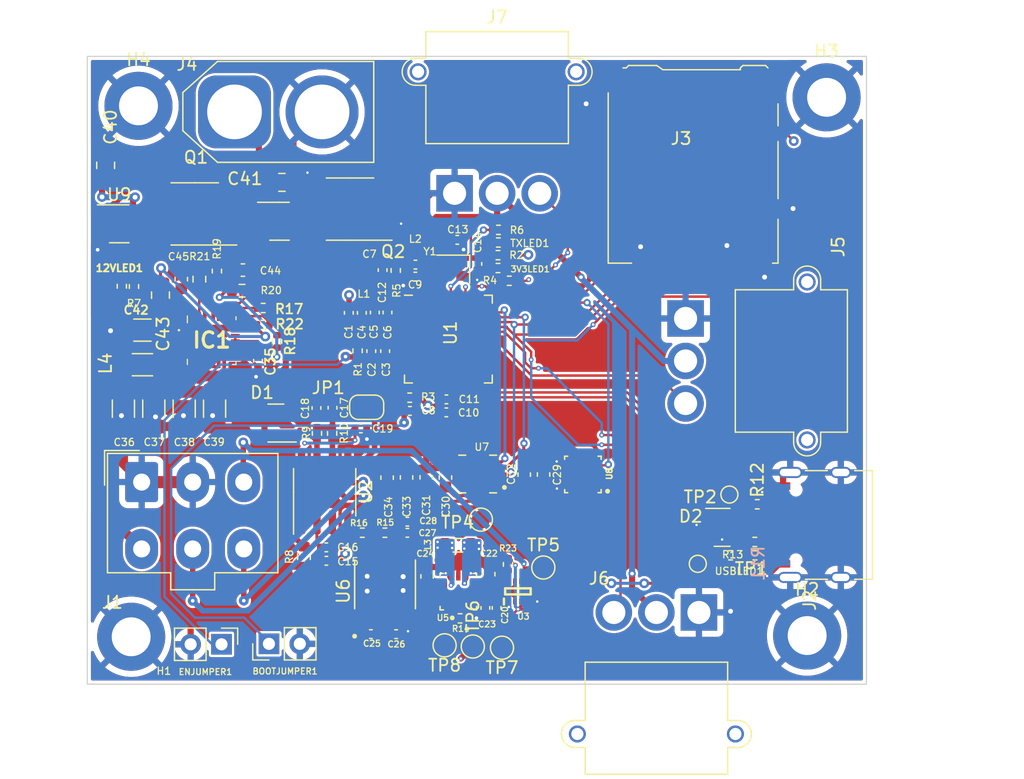
<source format=kicad_pcb>
(kicad_pcb (version 20221018) (generator pcbnew)
  (layers (0 "F.Cu" signal) (1 "In1.Cu" signal) (2 "In2.Cu" power) (31 "B.Cu" signal) (34 "B.Paste" user) (35 "F.Paste" user) (36 "B.SilkS" user "B.Silkscreen") (37 "F.SilkS" user "F.Silkscreen") (38 "B.Mask" user) (39 "F.Mask" user) (44 "Edge.Cuts" user))
  (net 0 "")
  (net 1 "GND")
  (net 2 "Net-(3V3LED1-A)")
  (net 3 "Net-(12VLED1-A)")
  (net 4 "/BOOT")
  (net 5 "+3V3")
  (net 6 "/CHIP_PU")
  (net 7 "Net-(C6-Pad1)")
  (net 8 "Net-(C12-Pad1)")
  (net 9 "Net-(U1-LNA_IN{slash}RF)")
  (net 10 "Net-(U1-XTAL_N)")
  (net 11 "Net-(C14-Pad1)")
  (net 12 "Net-(JP1-B)")
  (net 13 "/CAN+")
  (net 14 "/CAN-")
  (net 15 "VBUS")
  (net 16 "/Data-")
  (net 17 "/Data+")
  (net 18 "RBUS_uC_V")
  (net 19 "+12V")
  (net 20 "Net-(U8-CAP)")
  (net 21 "Net-(U7-REGOUT)")
  (net 22 "Net-(U7-VDD)")
  (net 23 "Net-(IC1-PGOOD)")
  (net 24 "/CAN-BUS/Vref")
  (net 25 "Net-(IC1-PHASE)")
  (net 27 "/TXD")
  (net 29 "Net-(IC1-BOOT)")
  (net 33 "Net-(J2-CC1)")
  (net 35 "Net-(J2-CC2)")
  (net 39 "Net-(J4-Pin_1)")
  (net 40 "Net-(U1-XTAL_P)")
  (net 41 "Net-(Q1-G)")
  (net 42 "Net-(Q2-G)")
  (net 43 "Net-(TXLED1-A)")
  (net 44 "Net-(U1-U0TXD{slash}PROG{slash}GPIO43)")
  (net 45 "Net-(U2-Rs)")
  (net 46 "Net-(USBLED1-A)")
  (net 47 "Net-(U3-ST)")
  (net 59 "/comps/VDRV")
  (net 60 "/SERVO_PWR")
  (net 61 "GNDA")
  (net 70 "/CAN_TX")
  (net 71 "/CAN_RX")
  (net 72 "Net-(C45-Pad2)")
  (net 74 "/comps/SW")
  (net 77 "/comps/FB1")
  (net 78 "/Power/BBIN")
  (net 79 "/Power/BIAS")
  (net 80 "/Power/BBOUT")
  (net 81 "/Power/LX1")
  (net 82 "/Power/LX2")
  (net 83 "/Power/SEL")
  (net 84 "/Power/FBIn")
  (net 85 "/comps/EN")
  (net 86 "/comps/MODE2_1")
  (net 87 "/comps/MODE1_1")
  (net 93 "/SD_CS")
  (net 94 "/SPI_MOSI")
  (net 95 "/SPI_CLK")
  (net 96 "/SPI_MISO")
  (net 99 "/SERVO_SGNL1")
  (net 100 "/SERVO_SGNL2")
  (net 101 "/SERVO_SGNL3")
  (net 102 "/comps/RBUS_16V")
  (net 105 "/comps/PGOOD")
  (net 106 "/IMU_CS")
  (net 107 "/MAG_CS")
  (footprint "Capacitor_SMD:C_0402_1005Metric" (layer "F.Cu") (at 127.42 89.73)
    (fp_text reference "C13")
    (fp_text value "C")
  )
  (footprint "TestPoint:TestPoint_Pad_D1.5mm" (layer "F.Cu") (at 134.5 116.7)
    (fp_text reference "TP5")
    (fp_text value "TestPoint")
  )
  (footprint "Capacitor_SMD:C_0402_1005Metric" (layer "F.Cu") (at 123.53 103.81)
    (fp_text reference "C8")
    (fp_text value "0.1uF")
  )
  (footprint "Inductor_SMD:L_0402_1005Metric" (layer "F.Cu") (at 121.235 94.2)
    (fp_text reference "L1")
    (fp_text value "2.0nH")
  )
  (footprint "Capacitor_SMD:C_0402_1005Metric" (layer "F.Cu") (at 111.03 99.68 90)
    (fp_text reference "C35")
    (fp_text value "4.7uF")
  )
  (footprint "Inductor_SMD:L_1206_3216Metric" (layer "F.Cu") (at 101.525 100.01 180)
    (fp_text reference "L4")
    (fp_text value "1.5uH")
  )
  (footprint "Resistor_SMD:R_0402_1005Metric" (layer "F.Cu") (at 122.36 92.25 90)
    (fp_text reference "R5")
    (fp_text value "47.5")
  )
  (footprint "Capacitor_SMD:C_0805_2012Metric" (layer "F.Cu") (at 103.01 94.28 90)
    (fp_text reference "C43")
    (fp_text value "100nF")
  )
  (footprint "Capacitor_SMD:C_0603_1608Metric" (layer "F.Cu") (at 109.79 92.22)
    (fp_text reference "C44")
    (fp_text value "1uF")
  )
  (footprint "iclr:PQFN50P300X300X100-16N" (layer "F.Cu") (at 137.755 109.04 180)
    (fp_text reference "U8")
    (fp_text value "MMC5983MA")
  )
  (footprint "Capacitor_SMD:C_0603_1608Metric" (layer "F.Cu") (at 132.93 109.055 90)
    (fp_text reference "C32")
    (fp_text value "1uF")
  )
  (footprint "Capacitor_SMD:C_1206_3216Metric" (layer "F.Cu") (at 99.96 103.625 -90)
    (fp_text reference "C36")
    (fp_text value "47uF")
  )
  (footprint "Resistor_SMD:R_0603_1608Metric" (layer "F.Cu") (at 109.715 93.92)
    (fp_text reference "R20")
    (fp_text value "499k")
  )
  (footprint "Capacitor_SMD:C_0603_1608Metric" (layer "F.Cu") (at 126.45 109.295 90)
    (fp_text reference "C30")
    (fp_text value "0.47uF")
  )
  (footprint "iclr:SIC437DEDT1GE3" (layer "F.Cu") (at 107.222 97.991)
    (fp_text reference "IC1")
    (fp_text value "SIC437DED-T1-GE3" hide)
  )
  (footprint "Jumper:SolderJumper-2_P1.3mm_Open_RoundedPad1.0x1.5mm" (layer "F.Cu") (at 119.97 103.51 180)
    (fp_text reference "JP1")
    (fp_text value "TermJP")
  )
  (footprint "iclr:CONV_MAX77827AEFD+T" (layer "F.Cu") (at 127.507582 118.685164 90)
    (fp_text reference "U5")
    (fp_text value "MAX77827AEFD+T")
  )
  (footprint "Capacitor_SMD:C_0402_1005Metric" (layer "F.Cu") (at 123.98 91.77 180)
    (fp_text reference "C7")
    (fp_text value "1uF")
  )
  (footprint "Resistor_SMD:R_0402_1005Metric" (layer "F.Cu") (at 119.22 98.86 -90)
    (fp_text reference "R1")
    (fp_text value "10K")
  )
  (footprint "Capacitor_SMD:C_0805_2012Metric" (layer "F.Cu") (at 98.5 83.6 90)
    (fp_text reference "C40")
    (fp_text value "106uF")
  )
  (footprint "iclr:SOIC127P599X175-9N" (layer "F.Cu") (at 121.481 118.08635 90)
    (fp_text reference "U6")
    (fp_text value "SC4215")
  )
  (footprint "Package_SO:SOIC-8_3.9x4.9mm_P1.27mm" (layer "F.Cu") (at 105.83 87.595 180)
    (fp_text reference "Q1")
    (fp_text value "SI4143DY-T1-GE3")
  )
  (footprint "Capacitor_SMD:C_0603_1608Metric" (layer "F.Cu") (at 123.25 109.285 90)
    (fp_text reference "C33")
    (fp_text value "0.1uF")
  )
  (footprint "Capacitor_SMD:C_0402_1005Metric" (layer "F.Cu") (at 121.68 95.71 -90)
    (fp_text reference "C6")
    (fp_text value "0.1uF")
  )
  (footprint "Resistor_SMD:R_0402_1005Metric" (layer "F.Cu") (at 100.83 93.57 90)
    (fp_text reference "R7")
    (fp_text value "3k")
  )
  (footprint "TestPoint:TestPoint_Pad_D1.0mm" (layer "F.Cu") (at 149.805 110.695)
    (fp_text reference "TP2")
    (fp_text value "TestPoint")
  )
  (footprint "Resistor_SMD:R_0402_1005Metric" (layer "F.Cu") (at 130.77 90.99 180)
    (fp_text reference "R2")
    (fp_text value "470")
  )
  (footprint "Package_TO_SOT_SMD:SOT-23" (layer "F.Cu") (at 112.5025 104.81 180)
    (fp_text reference "D1")
    (fp_text value "SM712_SOT23")
  )
  (footprint "Capacitor_SMD:C_1206_3216Metric" (layer "F.Cu") (at 101.525 97.16 180)
    (fp_text reference "C42")
    (fp_text value "22uF")
  )
  (footprint "Resistor_SMD:R_0402_1005Metric" (layer "F.Cu") (at 121.467715 113.835 180)
    (fp_text reference "R15")
    (fp_text value "56k")
  )
  (footprint "MountingHole:MountingHole_3.2mm_M3_DIN965_Pad" (layer "F.Cu") (at 101.2 78.7)
    (fp_text reference "H4")
    (fp_text value "MountingHole_Pad")
  )
  (footprint "TestPoint:TestPoint_Pad_D1.5mm" (layer "F.Cu") (at 128.7 123.2)
    (fp_text reference "TP6")
    (fp_text value "TestPoint")
  )
  (footprint "Resistor_SMD:R_0402_1005Metric" (layer "F.Cu") (at 151.905 115.695 180)
    (fp_text reference "R13")
    (fp_text value "470")
  )
  (footprint "Resistor_SMD:R_0402_1005Metric" (layer "F.Cu") (at 131.595 116.443 -90)
    (fp_text reference "R23")
    (fp_text value "10k")
  )
  (footprint "Capacitor_SMD:C_0402_1005Metric" (layer "F.Cu") (at 121.49 98.89 90)
    (fp_text reference "C3")
    (fp_text value "0.1uF")
  )
  (footprint "Package_TO_SOT_SMD:SOT-143" (layer "F.Cu") (at 149.205 113.395)
    (fp_text reference "D2")
    (fp_text value "SP0503BAHT")
  )
  (footprint "Connector_AMASS:AMASS_MR30PW-M_1x03_P3.50mm_Horizontal" (layer "F.Cu") (at 146.2 96.2 -90)
    (fp_text reference "J5")
    (fp_text value "Conn_01x03_Male")
  )
  (footprint "TestPoint:TestPoint_Pad_D1.0mm" (layer "F.Cu") (at 147.205 116.395)
    (fp_text reference "TP1")
    (fp_text value "TestPoint")
  )
  (footprint "Resistor_SMD:R_0402_1005Metric" (layer "F.Cu") (at 130.81 88.91 180)
    (fp_text reference "R6")
    (fp_text value "499")
  )
  (footprint "Capacitor_SMD:C_0402_1005Metric" (layer "F.Cu") (at 123.315 113.845 180)
    (fp_text reference "C27")
    (fp_text value "10uF")
  )
  (footprint "MountingHole:MountingHole_3.2mm_M3_DIN965_Pad" (layer "F.Cu") (at 100.6 122.4)
    (fp_text reference "H1")
    (fp_text value "MountingHole_Pad")
  )
  (footprint "Capacitor_SMD:C_0805_2012Metric" (layer "F.Cu") (at 113 85)
    (fp_text reference "C41")
    (fp_text value "106uF")
  )
  (footprint "Package_SO:SOIC-8_3.9x4.9mm_P1.27mm" (layer "F.Cu") (at 116.515 110.505 90)
    (fp_text reference "U2")
    (fp_text value "SN65HVD230")
  )
  (footprint "Capacitor_SMD:C_0402_1005Metric" (layer "F.Cu") (at 115.84 103.57 -90)
    (fp_text reference "C18")
    (fp_text value "220pF")
  )
  (footprint "Resistor_SMD:R_0402_1005Metric" (layer "F.Cu") (at 149.895 115.695)
    (fp_text reference "USBLED1")
    (fp_text value "USB_LED")
  )
  (footprint "Resistor_SMD:R_0402_1005Metric" (layer "F.Cu") (at 152.095 111.495)
    (fp_text reference "R12")
    (fp_text value "5.1k")
  )
  (footprint "Resistor_SMD:R_0402_1005Metric" (layer "F.Cu") (at 123.51 102.72 180)
    (fp_text reference "R3")
    (fp_text value "10K")
  )
  (footprint "Resistor_SMD:R_0402_1005Metric" (layer "F.Cu") (at 130.77 92.05)
    (fp_text reference "3V3LED1")
    (fp_text value "3V3LED")
  )
  (footprint "Capacitor_SMD:C_0402_1005Metric" (layer "F.Cu") (at 126.52 103.93)
    (fp_text reference "C10")
    (fp_text value "0.1uF")
  )
  (footprint "Capacitor_SMD:C_0402_1005Metric" (layer "F.Cu") (at 129.07 91.71 -90)
    (fp_text reference "C14")
    (fp_text value "C")
  )
  (footprint "Capacitor_SMD:C_0402_1005Metric" (layer "F.Cu") (at 119.57 95.74 -90)
    (fp_text reference "C4")
    (fp_text value "1uF")
  )
  (footprint "Capacitor_SMD:C_0402_1005Metric" (layer "F.Cu") (at 123.97 92.76 180)
    (fp_text reference "C9")
    (fp_text value "10nF")
  )
  (footprint "Capacitor_SMD:C_0402_1005Metric" (layer "F.Cu") (at 116.65 115.04 180)
    (fp_text reference "C16")
    (fp_text value "10uF")
  )
  (footprint "Capacitor_SMD:C_0402_1005Metric" (layer "F.Cu") (at 116.655 116.145 180)
    (fp_text reference "C15")
    (fp_text value "100nF")
  )
  (footprint "Capacitor_SMD:C_0603_1608Metric" (layer "F.Cu") (at 130.010623 117.247144 90)
    (fp_text reference "C22")
    (fp_text value "10uF")
  )
  (footprint "Capacitor_SMD:C_1206_3216Metric" (layer "F.Cu") (at 107.46 103.625 -90)
    (fp_text reference "C39")
    (fp_text value "47uF")
  )
  (footprint "Inductor_SMD:L_0805_2012Metric" (layer "F.Cu") (at 127.467434 114.867039 180)
    (fp_text reference "L3")
    (fp_text value "1uH")
  )
  (footprint "Resistor_SMD:R_0402_1005Metric" (layer "F.Cu") (at 130.8 89.95 180)
    (fp_text reference "TXLED1")
    (fp_text value "TX_LED")
  )
  (footprint "Connector_PinHeader_2.54mm:PinHeader_1x02_P2.54mm_Vertical" (layer "F.Cu") (at 111.93 122.98 90)
    (fp_text reference "BOOTJUMPER1")
    (fp_text value "Conn_01x02_Male")
  )
  (footprint "Capacitor_SMD:C_0603_1608Metric" (layer "F.Cu") (at 121.65 109.305 90)
    (fp_text reference "C34")
    (fp_text value "2.2uF")
  )
  (footprint "Connector_AMASS:AMASS_XT60-M_1x02_P7.20mm_Vertical" (layer "F.Cu") (at 109.1 79.2)
    (fp_text reference "J4")
    (fp_text value "Conn_01x02_Male")
  )
  (footprint "TestPoint:TestPoint_Pad_D1.5mm" (layer "F.Cu") (at 126.380492 123.104361 180)
    (fp_text reference "TP8")
    (fp_text value "TestPoint")
  )
  (footprint "Connector_USB:USB_C_Receptacle_Palconn_UTC16-G" (layer "F.Cu") (at 156.73 113.195 90)
    (fp_text reference "J2")
    (fp_text value "USB_C_Receptacle_USB2.0")
  )
  (footprint "TestPoint:TestPoint_Pad_D1.5mm" (layer "F.Cu") (at 129.364492 112.758011 180)
    (fp_text reference "TP4")
    (fp_text value "TestPoint")
  )
  (footprint "Resistor_SMD:R_0402_1005Metric" (layer "F.Cu") (at 127.655 120.885)
    (fp_text reference "R14")
    (fp_text value "14k")
  )
  (footprint "Resistor_SMD:R_0402_1005Metric" (layer "F.Cu") (at 119.607715 113.835 180)
    (fp_text reference "R16")
    (fp_text value "10k")
  )
  (footprint "Connector_AMASS:AMASS_MR30PW-M_1x03_P3.50mm_Horizontal" (layer "F.Cu") (at 147.3 120.4 180)
    (fp_text reference "J6")
    (fp_text value "Conn_01x03_Male")
  )
  (footprint "Resistor_SMD:R_0402_1005Metric" (layer "F.Cu") (at 112.6 98.09 -90)
    (fp_text reference "R18")
    (fp_text value "10k")
  )
  (footprint "Capacitor_SMD:C_0402_1005Metric" (layer "F.Cu") (at 120.64 95.71 -90)
    (fp_text reference "C5")
    (fp_text value "0.1uF")
  )
  (footprint "Capacitor_SMD:C_0603_1608Metric" (layer "F.Cu") (at 104.722 92.966 90)
    (fp_text reference "C45")
    (fp_text value "0.1uF")
  )
  (footprint "Resistor_SMD:R_0402_1005Metric" (layer "F.Cu") (at 111.46 95.34)
    (fp_text reference "R17")
    (fp_text value "45K")
  )
  (footprint "Capacitor_SMD:C_0402_1005Metric" (layer "F.Cu") (at 117.16 103.55 90)
    (fp_text reference "C17")
    (fp_text value "0.1uF")
  )
  (footprint "Capacitor_SMD:C_0402_1005Metric" (layer "F.Cu") (at 121.28 92.22 -90)
    (fp_text reference "C12")
    (fp_text value "4.2pF")
  )
  (footprint "MountingHole:MountingHole_3.2mm_M3_DIN965_Pad" (layer "F.Cu") (at 156.2 122.3)
    (fp_text reference "H2")
    (fp_text value "MountingHole_Pad")
  )
  (footprint "Resistor_SMD:R_0402_1005Metric" (layer "F.Cu") (at 131.7 93.1)
    (fp_text reference "R4")
    (fp_text value "470")
  )
  (footprint "Capacitor_SMD:C_1206_3216Metric" (layer "F.Cu") (at 102.46 103.625 -90)
    (fp_text reference "C37")
    (fp_text value "47uF")
  )
  (footprint "iclr:SOTFL50P160X60-8N" (layer "F.Cu") (at 132.410508 118.663164 90)
    (fp_text reference "U3")
    (fp_text value "LM66200DRLR" hide)
  )
  (footprint "Connector_Card:microSD_HC_Hirose_DM3AT-SF-PEJM5" (layer "F.Cu") (at 146.83 83.765 180)
    (fp_text reference "J3")
    (fp_text value "Micro_SD_Card_Det")
  )
  (footprint "Capacitor_SMD:C_0603_1608Metric" (layer "F.Cu") (at 124.94 117.435 90)
    (fp_text reference "C24")
    (fp_text value "22uF")
  )
  (footprint "Capacitor_SMD:C_0402_1005Metric" (layer "F.Cu") (at 126.53 102.86)
    (fp_text reference "C11")
    (fp_text value "0.1uF")
  )
  (footprint "Package_TO_SOT_SMD:TSOT-23-6" (layer "F.Cu") (at 99.6175 88.41)
    (fp_text reference "U9")
    (fp_text value "LTC4412xS6")
  )
  (footprint "Capacitor_SMD:C_0402_1005Metric" (layer "F.Cu") (at 122.395 122.185)
    (fp_text reference "C26")
    (fp_text value "4.7uF")
  )
  (footprint "Package_SO:SOIC-8_3.9x4.9mm_P1.27mm" (layer "F.Cu") (at 118.6 87.2 180)
    (fp_text reference "Q2")
    (fp_text value "SI4143DY-T1-GE3")
  )
  (footprint "Capacitor_SMD:C_0402_1005Metric" (layer "F.Cu") (at 120.315492 122.181186 180)
    (fp_text reference "C25")
    (fp_text value "10uF")
  )
  (footprint "Inductor_SMD:L_0402_1005Metric" (layer "F.Cu") (at 125.465 89.73)
    (fp_text reference "L2")
    (fp_text value "20nH")
  )
  (footprint "TestPoint:TestPoint_Pad_D1.5mm" (layer "F.Cu") (at 131.1 123.3 180)
    (fp_text reference "TP7")
    (fp_text value "TestPoint")
  )
  (footprint "MountingHole:MountingHole_3.2mm_M3_DIN965_Pad" (layer "F.Cu") (at 157.8 78)
    (fp_text reference "H3")
    (fp_text value "MountingHole_Pad")
  )
  (footprint "Capacitor_SMD:C_0402_1005Metric" (layer "F.Cu") (at 119.49 105.25 180)
    (fp_text reference "C19")
    (fp_text value "220pF")
  )
  (footprint "Capacitor_SMD:C_0402_1005Metric" (layer "F.Cu") (at 129.735 120.025 -90)
    (fp_text reference "C23")
    (fp_text value "1uF")
  )
  (footprint "Package_DFN_QFN:QFN-56-1EP_7x7mm_P0.4mm_EP5.6x5.6mm" (layer "F.Cu") (at 126.69 97.9)
    (fp_text reference "U1")
    (fp_text value "ESP32-S3")
  )
  (footprint "Connector_PinHeader_2.54mm:PinHeader_1x02_P2.54mm_Vertical" (layer "F.Cu") (at 108.03 123.02 -90)
    (fp_text reference "ENJUMPER1")
    (fp_text value "Conn_01x02_Male")
  )
  (footprint "iclr:PQFN50P300X300X80-16N" (layer "F.Cu") (at 129.1 109.005 180)
    (fp_text reference "U7")
    (fp_text value "ICM-20608-G")
  )
  (footprint "Resistor_SMD:R_0402_1005Metric" (layer "F.Cu") (at 99.83 93.55 90)
    (fp_text reference "12VLED1")
    (fp_text value "12V_LED")
  )
  (footprint "Resistor_SMD:R_0402_1005Metric" (layer "F.Cu") (at 115.88 105.66 90)
    (fp_text reference "R9")
    (fp_text value "60")
  )
  (footprint "Package_TO_SOT_SMD:TSOT-23-6" (layer "F.Cu") (at 112.8 88.2)
    (fp_text reference "U10" hide)
    (fp_text value "LTC4412xS6")
  )
  (footprint "Resistor_SMD:R_0402_1005Metric" (layer "F.Cu") (at 151.895 114.595 180)
    (fp_text reference "R11")
    (fp_text value "5.1k")
  )
  (footprint "Capacitor_SMD:C_0402_1005Metric" (layer "F.Cu") (at 120.35 98.89 90)
    (fp_text reference "C2")
    (fp_text value "1uF")
  )
  (footprint "Resistor_SMD:R_0402_1005Metric" (layer "F.Cu") (at 111.45 96.73 180)
    (fp_text reference "R22")
    (fp_text value "10k")
  )
  (footprint "Capacitor_SMD:C_0402_1005Metric" (layer "F.Cu") (at 130.655 120.025 -90)
    (fp_text reference "C20")
    (fp_text value "10uF")
  )
  (footprint "Resistor_SMD:R_0402_1005Metric" (layer "F.Cu") (at 107.65 92.3 90)
    (fp_text reference "R19")
    (fp_text value "100k")
  )
  (footprint "Resistor_SMD:R_0603_1608Metric" (layer "F.Cu") (at 106.21 92.965 90)
    (fp_text reference "R21")
    (fp_text value "2.2")
  )
  (footprint "Capacitor_SMD:C_0603_1608Metric" (layer "F.Cu") (at 134.52 109.045 90)
    (fp_text reference "C29")
    (fp_text value "10uF")
  )
  (footprint "Resistor_SMD:R_0402_1005Metric" (layer "F.Cu") (at 117.13 105.66 -90)
    (fp_text reference "R10")
    (fp_text value "60")
  )
  (footprint "Capacitor_SMD:C_1206_3216Metric" (layer "F.Cu") (at 104.96 103.625 -90)
    (fp_text reference "C38")
    (fp_text value "47uF")
  )
  (footprint "Crystal:Crystal_SMD_2016-4Pin_2.0x1.6mm" (layer "F.Cu") (at 127.09 92.14 180)
    (fp_text reference "Y1")
    (fp_text value "40MHz±10ppm")
  )
  (footprint "Capacitor_SMD:C_0402_1005Metric" (layer "F.Cu") (at 118.5 95.74 -90)
    (fp_text reference "C1")
    (fp_text value "10uF")
  )
  (footprint "Connector_Molex:Molex_Mini-Fit_Jr_5566-06A_2x03_P4.20mm_Vertical" (layer "F.Cu") (at 101.46 109.67)
    (fp_text reference "J1")
    (fp_text value "RBUS")
  )
  (footprint "Connector_AMASS:AMASS_MR30PW-M_1x03_P3.50mm_Horizontal" (layer "F.Cu") (at 127.2 85.9)
    (fp_text reference "J7")
    (fp_text value "Conn_01x03_Male")
  )
  (footprint "Capacitor_SMD:C_0402_1005Metric" (layer "F.Cu") (at 123.315 112.925 180)
    (fp_text reference "C28")
    (fp_text value "0.1uF")
  )
  (footprint "Capacitor_SMD:C_0603_1608Metric" (layer "F.Cu") (at 124.87 109.275 90)
    (fp_text reference "C31")
    (fp_text value "10nF")
  )
  (footprint "Resistor_SMD:R_0603_1608Metric" (layer "F.Cu") (at 114.81 115.805 -90)
    (fp_text reference "R8")
    (fp_text value "0")
  )
  (gr_rect (start 96.99 74.63) (end 161.08 126.3) (stroke (width 0.1)) (fill none) (layer "Edge.Cuts"))
  (segment (start 127.84 109.005) (end 126.935 109.005) (width 0.25) (layer "F.Cu") (net 1))
  (segment (start 127.9 89.73) (end 127.9 90.49) (width 0.45) (layer "F.Cu") (net 1))
  (segment (start 98.48 89.36) (end 98.48 89.91) (width 0.5) (layer "F.Cu") (net 1))
  (segment (start 126.39 91.59) (end 127.45 90.53) (width 0.2) (layer "F.Cu") (net 1))
  (segment (start 129.1 109.475) (end 128.63 109.005) (width 0.25) (layer "F.Cu") (net 1))
  (segment (start 121.61 96.1) (end 121.67 96.16) (width 0.25) (layer "F.Cu") (net 1))
  (segment (start 110.345 98.515) (end 111.03 99.2) (width 0.2) (layer "F.Cu") (net 1))
  (segment (start 135.62 109.625) (end 135.955 109.29) (width 0.25) (layer "F.Cu") (net 1))
  (segment (start 111.6625 88.2) (end 111.6625 89.15) (width 0.5) (layer "F.Cu") (net 1))
  (segment (start 127.84 108.005) (end 127.84 110.005) (width 0.25) (layer "F.Cu") (net 1))
  (segment (start 127.79 92.69) (end 128.73 92.69) (width 0.45) (layer "F.Cu") (net 1))
  (segment (start 123.49 92.76) (end 122.36 92.76) (width 0.45) (layer "F.Cu") (net 1))
  (segment (start 128.57 92.69) (end 127.79 92.69) (width 0.45) (layer "F.Cu") (net 1))
  (segment (start 130.26 92.05) (end 130.03 92.05) (width 0.25) (layer "F.Cu") (net 1))
  (segment (start 100.05 97.16) (end 100.22 96.99) (width 0.25) (layer "F.Cu") (net 1))
  (segment (start 119.576 113.754212) (end 120.063223 113.266989) (width 0.45) (layer "F.Cu") (net 1))
  (segment (start 151.585 111.495) (end 152.505 110.575) (width 0.2) (layer "F.Cu") (net 1))
  (segment (start 126.935 109.005) (end 126.45 108.52) (width 0.25) (layer "F.Cu") (net 1))
  (segment (start 98.48 88.41) (end 98.48 89.91) (width 0.5) (layer "F.Cu") (net 1))
  (segment (start 127.91 92.57) (end 127.79 92.69) (width 0.45) (layer "F.Cu") (net 1))
  (segment (start 127.9 90.49) (end 127.94 90.53) (width 0.45) (layer "F.Cu") (net 1))
  (segment (start 133.160508 119.501164) (end 134 119.5) (width 0.2) (layer "F.Cu") (net 1))
  (segment (start 126.44 108.53) (end 126.45 108.52) (width 0.45) (layer "F.Cu") (net 1))
  (segment (start 114.81 116.63) (end 115.69 116.63) (width 0.45) (layer "F.Cu") (net 1))
  (segment (start 100.735 98.515) (end 100.05 97.83) (width 0.25) (layer "F.Cu") (net 1))
  (segment (start 105.198 98.515) (end 104.425 98.515) (width 0.25) (layer "F.Cu") (net 1))
  (segment (start 116.175 116.145) (end 116.175 115.045) (width 0.45) (layer "F.Cu") (net 1))
  (segment (start 152.505 110.575) (end 152.505 110.495) (width 0.2) (layer "F.Cu") (net 1))
  (segment (start 154.99 87.19) (end 155 87.2) (width 0.2) (layer "F.Cu") (net 1))
  (segment (start 150.905 115.075) (end 151.385 114.595) (width 0.2) (layer "F.Cu") (net 1))
  (segment (start 98.095749 88.41) (end 98.48 88.41) (width 0.25) (layer "F.Cu") (net 1))
  (segment (start 127 103.93) (end 128.6 105.53) (width 0.25) (layer "F.Cu") (net 1))
  (segment (start 105.66 109.67) (end 101.46 109.67) (width 1) (layer "F.Cu") (net 1))
  (segment (start 99.83 94.06) (end 99.702685 94.06) (width 0.5) (layer "F.Cu") (net 1))
  (segment (start 123.49 91.78) (end 123.5 91.77) (width 0.45) (layer "F.Cu") (net 1))
  (segment (start 105.198 98.965) (end 104.875 98.965) (width 0.25) (layer "F.Cu") (net 1))
  (segment (start 123.49 92.76) (end 123.49 91.78) (width 0.45) (layer "F.Cu") (net 1))
  (segment (start 97.475 83.525) (end 98.35 82.65) (width 0.25) (layer "F.Cu") (net 1))
  (segment (start 130.897508 115.982756) (end 130.897508 115.904133) (width 0.7) (layer "F.Cu") (net 1))
  (segment (start 129.1 110.265) (end 129.1 109.475) (width 0.25) (layer "F.Cu") (net 1))
  (segment (start 111.03 99.2) (end 111.64 99.81) (width 0.2) (layer "F.Cu") (net 1))
  (segment (start 125.3 85.9) (end 122.8 88.4) (width 0.5) (layer "F.Cu") (net 1))
  (segment (start 121.68 96.19) (end 118.53 96.19) (width 0.45) (layer "F.Cu") (net 1))
  (segment (start 127.84 108.005) (end 128.34 108.005) (width 0.25) (layer "F.Cu") (net 1))
  (segment (start 147.105 113.195) (end 147.655 113.195) (width 0.2) (layer "F.Cu") (net 1))
  (segment (start 127.84 109.505) (end 127.435 109.505) (width 0.45) (layer "F.Cu") (net 1))
  (segment (start 147.655 113.195) (end 148.205 112.645) (width 0.2) (layer "F.Cu") (net 1))
  (segment (start 109.16 98.515) (end 110.345 98.515) (width 0.2) (layer "F.Cu") (net 1))
  (segment (start 152.505 110.495) (end 152.585 110.495) (width 0.2) (layer "F.Cu") (net 1))
  (segment (start 98.48 89.91) (end 97.84 90.55) (width 0.5) (layer "F.Cu") (net 1))
  (segment (start 127.509803 117.585774) (end 127.509803 116.453999) (width 0.36) (layer "F.Cu") (net 1))
  (segment (start 100.05 97.83) (end 100.05 97.16) (width 0.25) (layer "F.Cu") (net 1))
  (segment (start 116.175 115.045) (end 116.17 115.04) (width 0.45) (layer "F.Cu") (net 1))
  (segment (start 127 102.87) (end 127.01 102.86) (width 0.25) (layer "F.Cu") (net 1))
  (segment (start 99.96 108.17) (end 101.46 109.67) (width 0.75) (layer "F.Cu") (net 1))
  (segment (start 136.16 107.97) (end 136.48 108.29) (width 0.25) (layer "F.Cu") (net 1))
  (segment (start 99.96 105.1) (end 107.46 105.1) (width 0.75) (layer "F.Cu") (net 1))
  (segment (start 134 119.5) (end 133.998836 119.501164) (width 0.2) (layer "F.Cu") (net 1))
  (segment (start 130.788275 116.091989) (end 130.897508 115.982756) (width 0.7) (layer "F.Cu") (net 1))
  (segment (start 112.775 86.175) (end 113.95 85) (width 0.5) (layer "F.Cu") (net 1))
  (segment (start 127.435 109.505) (end 126.45 108.52) (width 0.45) (layer "F.Cu") (net 1))
  (segment (start 119.576 115.61635) (end 119.576 113.754212) (width 0.45) (layer "F.Cu") (net 1))
  (segment (start 128.73 92.69) (end 129.06 93.02) (width 0.45) (layer "F.Cu") (net 1))
  (segment (start 129.07 92.19) (end 128.57 92.69) (width 0.45) (layer "F.Cu") (net 1))
  (segment (start 135.62 110.2) (end 135.62 109.625) (width 0.25) (layer "F.Cu") (net 1))
  (segment (start 111.6625 88.2) (end 112.223528 88.2) (width 0.5) (layer "F.Cu") (net 1))
  (segment (start 152.705 91.49) (end 152.705 92.795) (width 0.2) (layer "F.Cu") (net 1))
  (segment (start 150.005 115.075) (end 150.905 115.075) (width 0.2) (layer "F.Cu") (net 1))
  (segment (start 97.475 83.525) (end 97.475 87.789251) (width 0.25) (layer "F.Cu") (net 1))
  (segment (start 98.48 89.36) (end 98.48 88.41) (width 0.5) (layer "F.Cu") (net 1))
  (segment (start 132.93 108.28) (end 134.51 108.28) (width 0.45) (layer "F.Cu") (net 1))
  (segment (start 154.22 116.395) (end 153.905 116.395) (width 0.5) (layer "F.Cu") (net 1))
  (segment (start 111.64 99.81) (end 111.64 100.482254) (width 0.2) (layer "F.Cu") (net 1))
  (segment (start 126.465 108.505) (end 126.45 108.52) (width 0.45) (layer "F.Cu") (net 1))
  (segment (start 127.2 85.9) (end 125.3 85.9) (width 0.5) (layer "F.Cu") (net 1))
  (segment (start 149.205 115.515) (end 149.385 115.695) (width 0.2) (layer "F.Cu") (net 1))
  (segment (start 127.507582 116.453389) (end 127.515807 116.445164) (width 0.25) (layer "F.Cu") (net 1))
  (segment (start 152.585 110.495) (end 153.085 109.995) (width 0.2) (layer "F.Cu") (net 1))
  (segment (start 115.69 116.63) (end 116.175 116.145) (width 0.45) (layer "F.Cu") (net 1))
  (segment (start 149.205 114.395) (end 149.205 115.515) (width 0.2) (layer "F.Cu") (net 1))
  (segment (start 153.905 116.395) (end 152.905 117.395) (width 0.5) (layer "F.Cu") (net 1))
  (segment (start 130.03 92.05) (end 129.06 93.02) (width 0.25) (layer "F.Cu") (net 1))
  (segment (start 99.96 105.1) (end 99.96 108.17) (width 0.75) (layer "F.Cu") (net 1))
  (segment (start 127.45 90.53) (end 127.94 90.53) (width 0.2) (layer "F.Cu") (net 1))
  (segment (start 98.48 92.837315) (end 98.48 89.36) (width 0.5) (layer "F.Cu") (net 1))
  (segment (start 127.84 108.505) (end 126.465 108.505) (width 0.45) (layer "F.Cu") (net 1))
  (segment (start 118.53 96.19) (end 118.5 96.22) (width 0.45) (layer "F.Cu") (net 1))
  (segment (start 138.045 78.5) (end 138 78.5) (width 0.2) (layer "F.Cu") (net 1))
  (segment (start 128.63 109.005) (end 127.84 109.005) (width 0.25) (layer "F.Cu") (net 1))
  (segment (start 152.705 92.795) (end 152.7 92.8) (width 0.2) (layer "F.Cu") (net 1))
  (segment (start 128.6 105.53) (end 128.6 107.745) (width 0.25) (layer "F.Cu") (net 1))
  (segment (start 128.34 108.005) (end 128.6 107.745) (width 0.25) (layer "F.Cu") (net 1))
  (segment (start 113.95 81.55) (end 116.3 79.2) (width 0.5) (layer "F.Cu") (net 1))
  (segment (start 115.88 112.98) (end 115.88 114.75) (width 0.25) (layer "F.Cu") (net 1))
  (segment (start 112.223528 88.2) (end 112.775 87.648528) (width 0.5) (layer "F.Cu") (net 1))
  (segment (start 133.160508 117.825164) (end 133.160508 119.501164) (width 0.2) (layer "F.Cu") (net 1))
  (segment (start 125.905508 116.091989) (end 130.788275 116.091989) (width 0.7) (layer "F.Cu") (net 1))
  (segment (start 99.702685 94.06) (end 98.48 92.837315) (width 0.5) (layer "F.Cu") (net 1))
  (segment (start 149.385 115.695) (end 150.005 115.075) (width 0.2) (layer "F.Cu") (net 1))
  (segment (start 112.775 87.648528) (end 112.775 86.175) (width 0.5) (layer "F.Cu") (net 1))
  (segment (start 153.085 109.995) (end 154.22 109.995) (width 0.2) (layer "F.Cu") (net 1))
  (segment (start 107.46 105.1) (end 107.58 105.1) (width 0.75) (layer "F.Cu") (net 1))
  (segment (start 104.425 98.515) (end 100.735 98.515) (width 0.25) (layer "F.Cu") (net 1))
  (segment (start 120.35 98.41) (end 121.49 98.41) (width 0.45) (layer "F.Cu") (net 1))
  (segment (start 104.875 98.965) (end 104.425 98.515) (width 0.25) (layer "F.Cu") (net 1))
  (segment (start 153.655 87.19) (end 154.99 87.19) (width 0.2) (layer "F.Cu") (net 1))
  (segment (start 149.555 90.245) (end 149.6 90.2) (width 0.2) (layer "F.Cu") (net 1))
  (segment (start 142.505 91.49) (end 142.505 90.305) (width 0.2) (layer "F.Cu") (net 1))
  (segment (start 97.475 87.789251) (end 98.095749 88.41) (width 0.25) (layer "F.Cu") (net 1))
  (segment (start 131.660508 119.501164) (end 131.660508 119.945164) (width 0.25) (layer "F.Cu") (net 1))
  (segment (start 149.555 91.49) (end 149.555 90.245) (width 0.2) (layer "F.Cu") (net 1))
  (segment (start 121.61 96.26) (end 121.68 96.19) (width 0.45) (layer "F.Cu") (net 1))
  (segment (start 115.88 114.75) (end 116.17 115.04) (width 0.25) (layer "F.Cu") (net 1))
  (segment (start 98.9045 97.21) (end 100 97.21) (width 0.45) (layer "F.Cu") (net 1))
  (segment (start 113.95 85) (end 113.95 81.55) (width 0.5) (layer "F.Cu") (net 1))
  (segment (start 135.6 107.97) (end 134.82 107.97) (width 0.45) (layer "F.Cu") (net 1))
  (segment (start 142.505 90.305) (end 142.5 90.3) (width 0.2) (layer "F.Cu") (net 1))
  (segment (start 98.35 82.65) (end 98.5 82.65) (width 0.25) (layer "F.Cu") (net 1))
  (segment (start 134.51 108.28) (end 134.52 108.27) (width 0.45) (layer "F.Cu") (net 1))
  (segment (start 134.82 107.97) (end 134.52 108.27) (width 0.45) (layer "F.Cu") (net 1))
  (segment (start 135.955 109.29) (end 136.48 109.29) (width 0.25) (layer "F.Cu") (net 1))
  (segment (start 113.95 85) (end 114.3 85) (width 0.5) (layer "F.Cu") (net 1))
  (segment (start 111.64 100.482254) (end 111.122254 101) (width 0.2) (layer "F.Cu") (net 1))
  (segment (start 100 97.21) (end 100.05 97.16) (width 0.45) (layer "F.Cu") (net 1))
  (segment (start 127 103.93) (end 127 102.87) (width 0.25) (layer "F.Cu") (net 1))
  (segment (start 111.122254 101) (end 110.87 101) (width 0.2) (layer "F.Cu") (net 1))
  (segment (start 135.6 107.97) (end 136.16 107.97) (width 0.25) (layer "F.Cu") (net 1))
  (segment (start 122.36 92.76) (end 122.36 92.87) (width 0.45) (layer "F.Cu") (net 1))
  (segment (start 119.97 105.25) (end 119.97 106.13) (width 0.45) (layer "F.Cu") (net 1))
  (segment (start 140.155 76.39) (end 138.045 78.5) (width 0.2) (layer "F.Cu") (net 1))
  (segment (start 122.36 92.87) (end 122.98 93.49) (width 0.45) (layer "F.Cu") (net 1))
  (segment (start 114.3 85) (end 115.1 84.2) (width 0.5) (layer "F.Cu") (net 1))
  (segment (start 121.65 108.53) (end 126.44 108.53) (width 0.45) (layer "F.Cu") (net 1))
  (via (at 147.105 113.195) (size 0.4) (drill 0.2) (layers "F.Cu" "B.Cu") (net 1))
  (via (at 104.9 104.2) (size 0.8) (drill 0.4) (layers "F.Cu" "B.Cu") (net 1))
  (via (at 155.040092 87.15681) (size 0.8) (drill 0.4) (layers "F.Cu" "B.Cu") (net 1))
  (via (at 107.3 104.2) (size 0.8) (drill 0.4) (layers "F.Cu" "B.Cu") (net 1))
  (via (at 149.6 90.2) (size 0.8) (drill 0.4) (layers "F.Cu" "B.Cu") (net 1))
  (via (at 149.9 120.3) (size 0.8) (drill 0.4) (layers "F.Cu" "B.Cu") (net 1))
  (via (at 122.8 88.4) (size 0.4) (drill 0.2) (layers "F.Cu" "B.Cu") (net 1))
  (via (at 128.998508 120.866164) (size 0.6) (drill 0.3) (layers "F.Cu" "B.Cu") (net 1))
  (via (at 152.7 92.8) (size 0.8) (drill 0.4) (layers "F.Cu" "B.Cu") (net 1))
  (via (at 142.5 90.3) (size 0.8) (drill 0.4) (layers "F.Cu" "B.Cu") (net 1))
  (via (at 122.971 117.45135) (size 0.8) (drill 0.4) (layers "F.Cu" "B.Cu") (net 1))
  (via (at 123.370508 121.945164) (size 0.4) (drill 0.2) (layers "F.Cu" "B.Cu") (net 1))
  (via (at 122.971 118.59135) (size 0.8) (drill 0.4) (layers "F.Cu" "B.Cu") (net 1))
  (via (at 102.6 104.3) (size 0.8) (drill 0.4) (layers "F.Cu" "B.Cu") (net 1))
  (via (at 149.205 114.395) (size 0.4) (drill 0.2) (layers "F.Cu" "B.Cu") (net 1))
  (via (at 127.94 90.53) (size 0.6) (drill 0.3) (layers "F.Cu" "B.Cu") (net 1))
  (via (at 98.9045 97.21) (size 0.8) (drill 0.4) (layers "F.Cu" "B.Cu") (net 1))
  (via (at 97.84 90.55) (size 0.6) (drill 0.3) (layers "F.Cu" "B.Cu") (net 1))
  (via (at 135.62 110.2) (size 0.4) (drill 0.2) (layers "F.Cu" "B.Cu") (net 1))
  (via (at 120.011 118.64135) (size 0.8) (drill 0.4) (layers "F.Cu" "B.Cu") (net 1))
  (via (at 135.6 107.97) (size 0.4) (drill 0.2) (layers "F.Cu" "B.Cu") (net 1))
  (via (at 99.8 104.2) (size 0.8) (drill 0.4) (layers "F.Cu" "B.Cu") (net 1))
  (via (at 122.971 117.45135) (size 0.8) (drill 0.4) (layers "F.Cu" "B.Cu") (net 1))
  (via (at 134 119.5) (size 0.4) (drill 0.2) (layers "F.Cu" "B.Cu") (net 1))
  (via (at 110.87 101) (size 0.6) (drill 0.3) (layers "F.Cu" "B.Cu") (net 1))
  (via (at 138.021015 78.531654) (size 0.8) (drill 0.4) (layers "F.Cu" "B.Cu") (net 1))
  (via (at 152.505 110.495) (size 0.4) (drill 0.2) (layers "F.Cu" "B.Cu") (net 1))
  (via (at 120.011 117.42135) (size 0.8) (drill 0.4) (layers "F.Cu" "B.Cu") (net 1))
  (via (at 152.905 117.395) (size 0.4) (drill 0.2) (layers "F.Cu" "B.Cu") (net 1))
  (via (at 115.1 84.2) (size 0.4) (drill 0.2) (layers "F.Cu" "B.Cu") (net 1))
  (via (at 119.99 106.13) (size 0.6) (drill 0.3) (layers "F.Cu" "B.Cu") (net 1))
  (via (at 131.660508 119.945164) (size 0.4) (drill 0.2) (layers "F.Cu" "B.Cu") (net 1))
  (via (at 122.98 93.49) (size 0.5) (drill 0.3) (layers "F.Cu" "B.Cu") (net 1))
  (via (at 129.06 93.02) (size 0.4) (drill 0.2) (layers "F.Cu" "B.Cu") (net 1))
  (segment (start 131.28 92.05) (end 131.28 93.15) (width 0.45) (layer "F.Cu") (net 2))
  (segment (start 99.83 93.04) (end 100.81 93.04) (width 0.25) (layer "F.Cu") (net 3))
  (segment (start 100.81 93.04) (end 100.83 93.06) (width 0.25) (layer "F.Cu") (net 3))
  (segment (start 123.05 102.77) (end 123 102.72) (width 0.45) (layer "F.Cu") (net 4))
  (segment (start 122.515 102.235) (end 122.515 97.105025) (width 0.2) (layer "F.Cu") (net 4))
  (segment (start 123 102.72) (end 122.515 102.235) (width 0.2) (layer "F.Cu") (net 4))
  (segment (start 123.05 103.81) (end 123.05 104.77) (width 0.45) (layer "F.Cu") (net 4))
  (segment (start 122.720025 96.9) (end 123.2525 96.9) (width 0.2) (layer "F.Cu") (net 4))
  (segment (start 123.05 103.81) (end 123.05 102.77) (width 0.45) (layer "F.Cu") (net 4))
  (segment (start 122.515 97.105025) (end 122.720025 96.9) (width 0.2) (layer "F.Cu") (net 4))
  (via (at 123.05 104.77) (size 0.8) (drill 0.3) (layers "F.Cu" "B.Cu") (net 4))
  (segment (start 122.795 105.025) (end 107.41 105.025) (width 0.2) (layer "B.Cu") (net 4))
  (segment (start 109.9 120.83) (end 111.93 122.86) (width 0.2) (layer "B.Cu") (net 4))
  (segment (start 107.41 105.025) (end 103.885 108.55) (width 0.2) (layer "B.Cu") (net 4))
  (segment (start 105.85 120.83) (end 109.9 120.83) (width 0.2) (layer "B.Cu") (net 4))
  (segment (start 103.885 108.55) (end 103.885 118.865) (width 0.2) (layer "B.Cu") (net 4))
  (segment (start 111.93 122.86) (end 111.93 122.98) (width 0.2) (layer "B.Cu") (net 4))
  (segment (start 123.05 104.77) (end 122.795 105.025) (width 0.2) (layer "B.Cu") (net 4))
  (segment (start 103.885 118.865) (end 105.85 120.83) (width 0.2) (layer "B.Cu") (net 4))
  (segment (start 122.116 115.61635) (end 122.116 114.424) (width 0.45) (layer "F.Cu") (net 5))
  (segment (start 124.46 91.620969) (end 123.874031 91.035) (width 0.45) (layer "F.Cu") (net 5))
  (segment (start 122.943223 113.266989) (end 123.790508 113.266989) (width 0.45) (layer "F.Cu") (net 5))
  (segment (start 124.49 94.4625) (end 124.09 94.4625) (width 0.2) (layer "F.Cu") (net 5))
  (segment (start 132.93 109.83) (end 133.825 110.725) (width 0.25) (layer "F.Cu") (net 5))
  (segment (start 124.46 91.77) (end 124.46 91.620969) (width 0.45) (layer "F.Cu") (net 5))
  (segment (start 124.37 102.72) (end 125.01 103.36) (width 0.45) (layer "F.Cu") (net 5))
  (segment (start 125.01 103.36) (end 125.47 103.36) (width 0.25) (layer "F.Cu") (net 5))
  (segment (start 124.02 102.72) (end 124.37 102.72) (width 0.45) (layer "F.Cu") (net 5))
  (segment (start 123.800508 113.276989) (end 123.800508 112.356989) (width 0.45) (layer "F.Cu") (net 5))
  (segment (start 139.03 109.29) (end 137.505 109.29) (width 0.25) (layer "F.Cu") (net 5))
  (segment (start 120.64 94.31) (end 120.75 94.2) (width 0.45) (layer "F.Cu") (net 5))
  (segment (start 120.64 95.23) (end 118.53 95.23) (width 0.45) (layer "F.Cu") (net 5))
  (segment (start 123.874031 91.035) (end 120.875969 91.035) (width 0.45) (layer "F.Cu") (net 5))
  (segment (start 123.800508 112.356989) (end 123.123011 112.356989) (width 0.45) (layer "F.Cu") (net 5))
  (segment (start 117.13 115.04) (end 117.68 115.04) (width 0.25) (layer "F.Cu") (net 5))
  (segment (start 117.115 113.015) (end 117.15 112.98) (width 0.25) (layer "F.Cu") (net 5))
  (segment (start 125.47 103.36) (end 126.04 103.93) (width 0.25) (layer "F.Cu") (net 5))
  (segment (start 117.135 116.145) (end 117.615 116.145) (width 0.45) (layer "F.Cu") (net 5))
  (segment (start 117.11 115.06) (end 117.13 115.04) (width 0.25) (layer "F.Cu") (net 5))
  (segment (start 125.01 103.36) (end 125.55 103.36) (width 0.25) (layer "F.Cu") (net 5))
  (segment (start 154.49 80.99) (end 155.1 81.6) (width 0.2) (layer "F.Cu") (net 5))
  (segment (start 120.35 91.560969) (end 120.35 93.8) (width 0.45) (layer "F.Cu") (net 5))
  (segment (start 122.116 114.424) (end 122.95 113.59) (width 0.45) (layer "F.Cu") (net 5))
  (segment (start 133.825 110.725) (end 136.595 110.725) (width 0.25) (layer "F.Cu") (net 5))
  (segment (start 120.64 95.23) (end 120.64 94.31) (width 0.45) (layer "F.Cu") (net 5))
  (segment (start 117.135 115.045) (end 117.13 115.04) (width 0.45) (layer "F.Cu") (net 5))
  (segment (start 117.425 96.895) (end 117.765 96.895) (width 0.45) (layer "F.Cu") (net 5))
  (segment (start 118.52 95.24) (end 118.5 95.26) (width 0.45) (layer "F.Cu") (net 5))
  (segment (start 117.15 115.02) (end 117.13 115.04) (width 0.25) (layer "F.Cu") (net 5))
  (segment (start 117.15 112.98) (end 117.15 115.02) (width 0.25) (layer "F.Cu") (net 5))
  (segment (start 117.15 112.98) (end 117.15 114.51) (width 0.25) (layer "F.Cu") (net 5))
  (segment (start 132.21 93.1) (end 133.2 93.1) (width 0.2) (layer "F.Cu") (net 5))
  (segment (start 118.350969 95.26) (end 117.765 95.845969) (width 0.45) (layer "F.Cu") (net 5))
  (segment (start 128.1 93.6) (end 128.09 93.61) (width 0.2) (layer "F.Cu") (net 5))
  (segment (start 117.15 114.51) (end 118.2 115.56) (width 0.25) (layer "F.Cu") (net 5))
  (segment (start 137.505 109.29) (end 137.03 109.765) (width 0.25) (layer "F.Cu") (net 5))
  (segment (start 137.03 109.765) (end 137.03 110.29) (width 0.25) (layer "F.Cu") (net 5))
  (segment (start 120.62 95.25) (end 120.64 95.23) (width 0.45) (layer "F.Cu") (net 5))
  (segment (start 120.875969 91.035) (end 120.35 91.560969) (width 0.45) (layer "F.Cu") (net 5))
  (segment (start 124.45 94.4225) (end 124.49 94.4625) (width 0.2) (layer "F.Cu") (net 5))
  (segment (start 118.53 95.23) (end 118.5 95.26) (width 0.45) (layer "F.Cu") (net 5))
  (segment (start 128.09 94.4625) (end 128.1 93.6) (width 0.2) (layer "F.Cu") (net 5))
  (segment (start 117.765 96.895) (end 119.22 98.35) (width 0.45) (layer "F.Cu") (net 5))
  (segment (start 127.7 124.2) (end 128.7 123.2) (width 0.5) (layer "F.Cu") (net 5))
  (segment (start 116.11 98.21) (end 117.425 96.895) (width 0.45) (layer "F.Cu") (net 5))
  (segment (start 124.46 92.75) (end 124.45 92.76) (width 0.45) (layer "F.Cu") (net 5))
  (segment (start 118.52 94.27) (end 118.52 95.24) (width 0.45) (layer "F.Cu") (net 5))
  (segment (start 124.46 91.77) (end 124.46 92.75) (width 0.45) (layer "F.Cu") (net 5))
  (segment (start 125.55 103.36) (end 126.05 102.86) (width 0.25) (layer "F.Cu") (net 5))
  (segment (start 126.05 102.86) (end 126.09 102.82) (width 0.2) (layer "F.Cu") (net 5))
  (segment (start 123.123011 112.356989) (end 123 112.48) (width 0.45) (layer "F.Cu") (net 5))
  (segment (start 117.765 95.845969) (end 117.765 96.895) (width 0.45) (layer "F.Cu") (net 5))
  (segment (start 126.09 102.82) (end 126.09 101.3375) (width 0.2) (layer "F.Cu") (net 5))
  (segment (start 120.35 93.8) (end 120.75 94.2) (width 0.45) (layer "F.Cu") (net 5))
  (segment (start 118.350969 95.26) (end 118.5 95.26) (width 0.45) (layer "F.Cu") (net 5))
  (segment (start 131.28 90.99) (end 133.24 90.99) (width 0.25) (layer "F.Cu") (net 5))
  (segment (start 136.595 110.725) (end 137.005 110.315) (width 0.25) (layer "F.Cu") (net 5))
  (segment (start 124.45 92.76) (end 124.45 94.4225) (width 0.2) (layer "F.Cu") (net 5))
  (segment (start 123.790508 113.266989) (end 123.800508 113.276989) (width 0.45) (layer "F.Cu") (net 5))
  (segment (start 117.135 116.145) (end 117.135 115.045) (width 0.45) (layer "F.Cu") (net 5))
  (segment (start 117.615 116.145) (end 118.2 115.56) (width 0.45) (layer "F.Cu") (net 5))
  (segment (start 117.68 115.04) (end 118.2 115.56) (width 0.25) (layer "F.Cu") (net 5))
  (segment (start 133.2 93.1) (end 133.3 93) (width 0.2) (layer "F.Cu") (net 5))
  (segment (start 133.24 90.99) (end 133.27 90.96) (width 0.25) (layer "F.Cu") (net 5))
  (segment (start 153.655 80.99) (end 154.49 80.99) (width 0.2) (layer "F.Cu") (net 5))
  (via (at 125.01 103.36) (size 0.8) (drill 0.4) (layers "F.Cu" "B.Cu") (net 5))
  (via (at 128.1 93.6) (size 0.4) (drill 0.2) (layers "F.Cu" "B.Cu") (net 5))
  (via (at 133.3 93) (size 0.4) (drill 0.2) (layers "F.Cu" "B.Cu") (net 5))
  (via (at 127.7 124.2) (size 0.4) (drill 0.2) (layers "F.Cu" "B.Cu") (net 5))
  (via (at 118.2 115.56) (size 0.8) (drill 0.4) (layers "F.Cu" "B.Cu") (net 5))
  (via (at 155.1 81.6) (size 0.8) (drill 0.4) (layers "F.Cu" "B.Cu") (net 5))
  (via (at 118.52 94.27) (size 0.8) (drill 0.4) (layers "F.Cu" "B.Cu") (net 5))
  (via (at 133.27 90.96) (size 0.8) (drill 0.4) (layers "F.Cu" "B.Cu") (net 5))
  (segment (start 119.22 99.37) (end 121.49 99.37) (width 0.45) (layer "F.Cu") (net 6))
  (segment (start 122.554339 96.5) (end 122.11 96.944339) (width 0.2) (layer "F.Cu") (net 6))
  (segment (start 122.11 98.75) (end 121.49 99.37) (width 0.2) (layer "F.Cu") (net 6))
  (segment (start 118.26 99.37) (end 118.23 99.34) (width 0.45) (layer "F.Cu") (net 6))
  (segment (start 119.22 99.37) (end 118.26 99.37) (width 0.45) (layer "F.Cu") (net 6))
  (segment (start 122.11 96.944339) (end 122.11 98.75) (width 0.2) (layer "F.Cu") (net 6))
  (segment (start 123.2525 96.5) (end 122.554339 96.5) (width 0.2) (layer "F.Cu") (net 6))
  (via (at 118.23 99.34) (size 0.8) (drill 0.3) (layers "F.Cu" "B.Cu") (net 6))
  (segment (start 107.26 123.02) (end 103.34 119.1) (width 0.2) (layer "B.Cu") (net 6))
  (segment (start 103.34 104.57) (end 107.91 100) (width 0.2) (layer "B.Cu") (net 6))
  (segment (start 103.34 119.1) (end 103.34 104.57) (width 0.2) (layer "B.Cu") (net 6))
  (segment (start 108.03 123.02) (end 107.26 123.02) (width 0.2) (layer "B.Cu") (net 6))
  (segment (start 117.57 100) (end 118.23 99.34) (width 0.2) (layer "B.Cu") (net 6))
  (segment (start 107.91 100) (end 117.57 100) (width 0.2) (layer "B.Cu") (net 6))
  (segment (start 123.2525 95.7) (end 122.15 95.7) (width 0.2) (layer "F.Cu") (net 7))
  (segment (start 121.72 95.19) (end 121.68 95.23) (width 0.45) (layer "F.Cu") (net 7))
  (segment (start 123.2525 95.7) (end 123.2525 96.1) (width 0.2) (layer "F.Cu") (net 7))
  (segment (start 122.15 95.7) (end 121.68 95.23) (width 0.2) (layer "F.Cu") (net 7))
  (segment (start 121.72 94.2) (end 121.72 95.19) (width 0.45) (layer "F.Cu") (net 7))
  (segment (start 121.28 91.74) (end 122.36 91.74) (width 0.45) (layer "F.Cu") (net 8))
  (segment (start 122.35 93.83) (end 122.03 93.51) (width 0.2) (layer "F.Cu") (net 9))
  (segment (start 122.03 93.51) (end 121.7 93.51) (width 0.2) (layer "F.Cu") (net 9))
  (segment (start 122.61 95.3) (end 122.35 95.04) (width 0.2) (layer "F.Cu") (net 9))
  (segment (start 123.2525 95.3) (end 122.61 95.3) (width 0.2) (layer "F.Cu") (net 9))
  (segment (start 121.28 93.09) (end 121.28 92.7) (width 0.2) (layer "F.Cu") (net 9))
  (segment (start 122.35 95.04) (end 122.35 93.83) (width 0.2) (layer "F.Cu") (net 9))
  (segment (start 121.7 93.51) (end 121.28 93.09) (width 0.2) (layer "F.Cu") (net 9))
  (segment (start 125.48 92) (end 126.17 92.69) (width 0.2) (layer "F.Cu") (net 10))
  (segment (start 126.17 92.69) (end 126.39 92.69) (width 0.2) (layer "F.Cu") (net 10))
  (segment (start 126.39 92.69) (end 125.29 93.79) (width 0.2) (layer "F.Cu") (net 10))
  (segment (start 126.94 90.14) (end 126.59 90.49) (width 0.2) (layer "F.Cu") (net 10))
  (segment (start 125.88 90.49) (end 125.48 90.89) (width 0.2) (layer "F.Cu") (net 10))
  (segment (start 126.94 89.73) (end 126.94 90.14) (width 0.2) (layer "F.Cu") (net 10))
  (segment (start 126.59 90.49) (end 125.88 90.49) (width 0.2) (layer "F.Cu") (net 10))
  (segment (start 125.29 93.79) (end 125.29 94.4625) (width 0.2) (layer "F.Cu") (net 10))
  (segment (start 125.48 90.89) (end 125.48 92) (width 0.2) (layer "F.Cu") (net 10))
  (segment (start 128.15 91.23) (end 127.79 91.59) (width 0.45) (layer "F.Cu") (net 11))
  (segment (start 126.56 89.12) (end 128.222254 89.12) (width 0.2) (layer "F.Cu") (net 11))
  (segment (start 128.54 90.84) (end 127.79 91.59) (width 0.2) (layer "F.Cu") (net 11))
  (segment (start 128.222254 89.12) (end 128.54 89.437746) (width 0.2) (layer "F.Cu") (net 11))
  (segment (start 127.81 91.61) (end 127.79 91.59) (width 0.45) (layer "F.Cu") (net 11))
  (segment (start 125.95 89.73) (end 126.56 89.12) (width 0.2) (layer "F.Cu") (net 11))
  (segment (start 128.54 89.437746) (end 128.54 90.84) (width 0.2) (layer "F.Cu") (net 11))
  (segment (start 129.07 91.23) (end 128.15 91.23) (width 0.45) (layer "F.Cu") (net 11))
  (segment (start 117.16 104.03) (end 117.16 105.12) (width 0.45) (layer "F.Cu") (net 12))
  (segment (start 117.16 105.12) (end 117.13 105.15) (width 0.45) (layer "F.Cu") (net 12))
  (segment (start 118.8 104.03) (end 119.32 103.51) (width 0.45) (layer "F.Cu") (net 12))
  (segment (start 117.13 105.15) (end 115.88 105.15) (width 0.45) (layer "F.Cu") (net 12))
  (segment (start 117.16 104.03) (end 118.8 104.03) (width 0.45) (layer "F.Cu") (net 12))
  (segment (start 118.21 110.93) (end 119.54 110.93) (width 0.45) (layer "F.Cu") (net 13))
  (segment (start 115.84 104.05) (end 115.135 104.755) (width 0.45) (layer "F.Cu") (net 13))
  (segment (start 115.88 108.03) (end 115.88 108.6) (width 0.45) (layer "F.Cu") (net 13))
  (segment (start 115.135 105.51696) (end 115.78804 106.17) (width 0.45) (layer "F.Cu") (net 13))
  (segment (start 115.135 104.755) (end 115.135 105.51696) (width 0.45) (layer "F.Cu") (net 13))
  (segment (start 115.78804 106.17) (end 115.88 106.17) (width 0.45) (layer "F.Cu") (net 13))
  (segment (start 115.88 108.03) (end 115.88 106.17) (width 0.45) (layer "F.Cu") (net 13))
  (segment (start 113.44 103.86) (end 114.335 104.755) (width 0.45) (layer "F.Cu") (net 13))
  (segment (start 114.335 104.755) (end 115.135 104.755) (width 0.45) (layer "F.Cu") (net 13))
  (segment (start 119.54 110.93) (end 119.7 110.77) (width 0.45) (layer "F.Cu") (net 13))
  (segment (start 105.66 119.44) (end 105.66 115.17) (width 0.45) (layer "F.Cu") (net 13))
  (segment (start 115.88 108.6) (end 118.21 110.93) (width 0.45) (layer "F.Cu") (net 13))
  (via (at 105.66 119.44) (size 0.8) (drill 0.3) (layers "F.Cu" "B.Cu") (net 13))
  (via (at 119.7 110.77) (size 0.8) (drill 0.3) (layers "F.Cu" "B.Cu") (net 13))
  (segment (start 105.66 119.44) (end 106.475 120.255) (width 0.45) (layer "B.Cu") (net 13))
  (segment (start 106.475 120.255) (end 110.215 120.255) (width 0.45) (layer "B.Cu") (net 13))
  (segment (start 110.215 120.255) (end 119.7 110.77) (width 0.45) (layer "B.Cu") (net 13))
  (segment (start 109.86 119.43) (end 109.86 115.17) (width 0.45) (layer "F.Cu") (net 14))
  (segment (start 118.31 109.72) (end 119.6 109.72) (width 0.45) (layer "F.Cu") (net 14))
  (segment (start 117.15 108.56) (end 118.31 109.72) (width 0.45) (layer "F.Cu") (net 14))
  (segment (start 117.15 108.03) (end 117.15 106.19) (width 0.45) (layer "F.Cu") (net 14))
  (segment (start 117.15 108.03) (end 117.15 108.56) (width 0.45) (layer "F.Cu") (net 14))
  (segment (start 117.15 106.19) (end 117.13 106.17) (width 0.45) (layer "F.Cu") (net 14))
  (segment (start 119.01 105.25) (end 119.01 106.22) (width 0.25) (layer "F.Cu") (net 14))
  (segment (start 117.13 106.17) (end 118.09 106.17) (width 0.45) (layer "F.Cu") (net 14))
  (segment (start 118.96 106.17) (end 119.01 106.22) (width 0.25) (layer "F.Cu") (net 14))
  (segment (start 117.13 106.17) (end 118.96 106.17) (width 0.25) (layer "F.Cu") (net 14))
  (segment (start 119.6 109.72) (end 119.69 109.63) (width 0.45) (layer "F.Cu") (net 14))
  (segment (start 118.09 106.17) (end 119.01 105.25) (width 0.45) (layer "F.Cu") (net 14))
  (via (at 109.86 119.43) (size 0.8) (drill 0.3) (layers "F.Cu" "B.Cu") (net 14))
  (via (at 119.01 106.22) (size 0.4) (drill 0.2) (layers "F.Cu" "B.Cu") (net 14))
  (via (at 119.69 109.63) (size 0.8) (drill 0.3) (layers "F.Cu" "B.Cu") (net 14))
  (via (at 114.87 106.46) (size 0.4) (drill 0.2) (layers "F.Cu" "B.Cu") (net 14))
  (segment (start 109.873273 119.43) (end 119.673273 109.63) (width 0.45) (layer "B.Cu") (net 14))
  (segment (start 109.86 119.43) (end 109.873273 119.43) (width 0.45) (layer "B.Cu") (net 14))
  (segment (start 119.01 106.22) (end 118.77 106.46) (width 0.25) (layer "B.Cu") (net 14))
  (segment (start 119.673273 109.63) (end 119.69 109.63) (width 0.45) (layer "B.Cu") (net 14))
  (segment (start 118.77 106.46) (end 114.87 106.46) (width 0.25) (layer "B.Cu") (net 14))
  (segment (start 152.515 115.595) (end 152.415 115.695) (width 0.5) (layer "F.Cu") (net 15))
  (segment (start 131.1 121.448755) (end 132.418424 120.130331) (width 0.2) (layer "F.Cu") (net 15))
  (segment (start 131.1 123.3) (end 131.1 121.448755) (width 0.2) (layer "F.Cu") (net 15))
  (segment (start 132.142508 116.515164) (end 131.630508 116.003164) (width 0.25) (layer "F.Cu") (net 15))
  (segment (start 139.4 118) (end 140.1 118) (width 0.25) (layer "F.Cu") (net 15))
  (segment (start 154.850761 110.795) (end 155.5 111.444239) (width 0.2) (layer "F.Cu") (net 15))
  (segment (start 148.753843 116.211157) (end 148.205 115.662315) (width 0.5) (layer "F.Cu") (net 15))
  (segment (start 148.205 115.662315) (end 148.205 114.345) (width 0.5) (layer "F.Cu") (net 15))
  (segment (start 132.200508 116.515164) (end 132.142508 116.515164) (width 0.25) (layer "F.Cu") (net 15))
  (segment (start 151.742315 116.495) (end 149.037685 116.495) (width 0.5) (layer "F.Cu") (net 15))
  (segment (start 132.660508 119.501164) (end 132.660508 119.888247) (width 0.25) (layer "F.Cu") (net 15))
  (segment (start 154.22 110.795) (end 154.850761 110.795) (width 0.2) (layer "F.Cu") (net 15))
  (segment (start 155.5 114.9) (end 154.805 115.595) (width 0.2) (layer "F.Cu") (net 15))
  (segment (start 155.5 111.444239) (end 155.5 114.9) (width 0.2) (layer "F.Cu") (net 15))
  (segment (start 132.660508 119.888247) (end 132.418424 120.130331) (width 0.25) (layer "F.Cu") (net 15))
  (segment (start 137.269669 120.130331) (end 139.4 118) (width 0.25) (layer "F.Cu") (net 15))
  (segment (start 152.415 115.822315) (end 151.742315 116.495) (width 0.5) (layer "F.Cu") (net 15))
  (segment (start 146.860538 118) (end 148.649381 116.211157) (width 0.25) (layer "F.Cu") (net 15))
  (segment (start 131.630508 116.003164) (end 131.572508 116.003164) (width 0.25) (layer "F.Cu") (net 15))
  (segment (start 154.805 115.595) (end 154.22 115.595) (width 0.2) (layer "F.Cu") (net 15))
  (segment (start 132.418424 120.130331) (end 137.269669 120.130331) (width 0.25) (layer "F.Cu") (net 15))
  (segment (start 152.415 115.695) (end 152.415 115.822315) (width 0.5) (layer "F.Cu") (net 15))
  (segment (start 154.22 115.595) (end 152.515 115.595) (width 0.5) (layer "F.Cu") (net 15))
  (segment (start 149.037685 116.495) (end 148.753843 116.211157) (width 0.5) (layer "F.Cu") (net 15))
  (segment (start 142.8 118) (end 146.860538 118) (width 0.25) (layer "F.Cu") (net 15))
  (segment (start 148.649381 116.211157) (end 148.753843 116.211157) (width 0.25) (layer "F.Cu") (net 15))
  (via (at 132.418424 120.130331) (size 0.4) (drill 0.2) (layers "F.Cu" "B.Cu") (net 15))
  (via (at 132.200508 116.515164) (size 0.4) (drill 0.2) (layers "F.Cu" "B.Cu") (net 15))
  (via (at 142.8 118) (size 0.8) (drill 0.4) (layers "F.Cu" "B.Cu") (net 15))
  (via (at 140.1 118) (size 0.8) (drill 0.4) (layers "F.Cu" "B.Cu") (net 15))
  (segment (start 132.200508 119.912415) (end 132.418424 120.130331) (width 0.25) (layer "B.Cu") (net 15))
  (segment (start 140.1 118) (end 142.8 118) (width 0.25) (layer "B.Cu") (net 15))
  (segment (start 132.200508 116.515164) (end 132.200508 119.912415) (width 0.25) (layer "B.Cu") (net 15))
  (segment (start 154.22 113.945) (end 155.05 113.945) (width 0.2) (layer "F.Cu") (net 16))
  (segment (start 153.224314 113.845) (end 153.324314 113.945) (width 0.2) (layer "F.Cu") (net 16))
  (segment (start 155.1 113.895) (end 155.1 112.99) (width 0.2) (layer "F.Cu") (net 16))
  (segment (start 155.055 112.945) (end 154.22 112.945) (width 0.2) (layer "F.Cu") (net 16))
  (segment (start 150.205 114.345) (end 150.705 113.845) (width 0.2) (layer "F.Cu") (net 16))
  (segment (start 150.705 113.845) (end 153.224314 113.845) (width 0.2) (layer "F.Cu") (net 16))
  (segment (start 141.234301 102.689987) (end 149.005 110.460686) (width 0.2) (layer "F.Cu") (net 16))
  (segment (start 155.05 113.945) (end 155.1 113.895) (width 0.2) (layer "F.Cu") (net 16))
  (segment (start 149.005 110.460686) (end 149.005 113.745) (width 0.2) (layer "F.Cu") (net 16))
  (segment (start 147.655 113.745) (end 147.205001 114.194999) (width 0.2) (layer "F.Cu") (net 16))
  (segment (start 149.605 113.745) (end 149.005 113.745) (width 0.2) (layer "F.Cu") (net 16))
  (segment (start 153.324314 113.945) (end 154.22 113.945) (width 0.2) (layer "F.Cu") (net 16))
  (segment (start 155.1 112.99) (end 155.055 112.945) (width 0.2) (layer "F.Cu") (net 16))
  (segment (start 150.205 114.345) (end 149.605 113.745) (width 0.2) (layer "F.Cu") (net 16))
  (segment (start 128.744327 102.689987) (end 141.234301 102.689987) (width 0.2) (layer "F.Cu") (net 16))
  (segment (start 128.09 101.3375) (end 128.090001 102.035661) (width 0.2) (layer "F.Cu") (net 16))
  (segment (start 147.205001 114.194999) (end 147.205001 116.295001) (width 0.2) (layer "F.Cu") (net 16))
  (segment (start 128.090001 102.035661) (end 128.744327 102.689987) (width 0.2) (layer "F.Cu") (net 16))
  (segment (start 149.005 113.745) (end 147.655 113.745) (width 0.2) (layer "F.Cu") (net 16))
  (segment (start 153.34 112.66) (end 153.555 112.445) (width 0.2) (layer "F.Cu") (net 17))
  (segment (start 150.205 112.445) (end 152.69 112.445) (width 0.2) (layer "F.Cu") (net 17))
  (segment (start 150.205 112.445) (end 150.205 111.095) (width 0.2) (layer "F.Cu") (net 17))
  (segment (start 141.399987 102.289987) (end 149.805 110.695) (width 0.2) (layer "F.Cu") (net 17))
  (segment (start 153.39 113.445) (end 153.34 113.395) (width 0.2) (layer "F.Cu") (net 17))
  (segment (start 153.34 113.395) (end 153.34 113.095) (width 0.2) (layer "F.Cu") (net 17))
  (segment (start 152.69 112.445) (end 153.34 113.095) (width 0.2) (layer "F.Cu") (net 17))
  (segment (start 128.49 101.3375) (end 128.49 101.869975) (width 0.2) (layer "F.Cu") (net 17))
  (segment (start 153.555 112.445) (end 154.22 112.445) (width 0.2) (layer "F.Cu") (net 17))
  (segment (start 153.34 113.095) (end 153.34 112.66) (width 0.2) (layer "F.Cu") (net 17))
  (segment (start 149.520686 110.695) (end 149.805 110.695) (width 0.2) (layer "F.Cu") (net 17))
  (segment (start 128.49 101.869975) (end 128.910012 102.289987) (width 0.2) (layer "F.Cu") (net 17))
  (segment (start 154.22 113.445) (end 153.39 113.445) (width 0.2) (layer "F.Cu") (net 17))
  (segment (start 150.205 111.095) (end 149.805 110.695) (width 0.2) (layer "F.Cu") (net 17))
  (segment (start 128.910012 102.289987) (end 141.399987 102.289987) (width 0.2) (layer "F.Cu") (net 17))
  (segment (start 132.660508 117.825164) (end 132.660508 117.387664) (width 0.2) (layer "F.Cu") (net 18))
  (segment (start 132.9 117.148172) (end 132.9 116.9) (width 0.2) (layer "F.Cu") (net 18))
  (segment (start 109.82 106.4) (end 109.82 109.63) (width 0.45) (layer "F.Cu") (net 18))
  (segment (start 133.1 116.7) (end 134.5 116.7) (width 0.2) (layer "F.Cu") (net 18))
  (segment (start 132.9 116.9) (end 133.1 116.7) (width 0.2) (layer "F.Cu") (net 18))
  (segment (start 132.660508 117.387664) (end 132.9 117.148172) (width 0.2) (layer "F.Cu") (net 18))
  (segment (start 132.9 116.9) (end 132.9 116.4) (width 0.2) (layer "F.Cu") (net 18))
  (segment (start 109.82 109.63) (end 109.86 109.67) (width 0.45) (layer "F.Cu") (net 18))
  (via (at 132.9 116.4) (size 0.4) (drill 0.2) (layers "F.Cu" "B.Cu") (net 18))
  (via (at 109.82 106.4) (size 0.8) (drill 0.4) (layers "F.Cu" "B.Cu") (net 18))
  (segment (start 109.82 106.4) (end 110.505 107.085) (width 0.45) (layer "B.Cu") (net 18))
  (segment (start 132.9 116.330772) (end 132.9 116.4) (width 0.45) (layer "B.Cu") (net 18))
  (segment (start 110.505 107.085) (end 123.024578 107.085) (width 0.45) (layer "B.Cu") (net 18))
  (segment (start 123.654228 107.085) (end 132.9 116.330772) (width 0.45) (layer "B.Cu") (net 18))
  (segment (start 123.024578 107.085) (end 123.654228 107.085) (width 0.45) (layer "B.Cu") (net 18))
  (segment (start 98.2 84.85) (end 98.5 84.55) (width 0.5) (layer "F.Cu") (net 19))
  (segment (start 100.83 94.08) (end 100.83 94.98) (width 0.5) (layer "F.Cu") (net 19))
  (segment (start 103.005 97.165) (end 103 97.16) (width 0.25) (layer "F.Cu") (net 19))
  (segment (start 116.075 87.25) (end 116.125 87.2) (width 0.5) (layer "F.Cu") (net 19))
  (segment (start 103.01 97.15) (end 103 97.16) (width 0.25) (layer "F.Cu") (net 19))
  (segment (start 100.755 87.46) (end 100.755 86.386376) (width 0.5) (layer "F.Cu") (net 19))
  (segment (start 100.755 87.46) (end 100.193972 87.46) (width 0.5) (layer "F.Cu") (net 19))
  (segment (start 97.93 105.211726) (end 97.95 105.231726) (width 0.75) (layer "F.Cu") (net 19))
  (segment (start 103.355 89.5) (end 103.355 85.69) (width 0.5) (layer "F.Cu") (net 19))
  (segment (start 98.2 86.2) (end 98.2 84.85) (width 0.5) (layer "F.Cu") (net 19))
  (segment (start 99.6425 88.011472) (end 99.6425 89.7825) (width 0.5) (layer "F.Cu") (net 19))
  (segment (start 100.755 86.386376) (end 100.920688 86.220688) (width 0.5) (layer "F.Cu") (net 19))
  (segment (start 97.93 96.63) (end 97.93 105.211726) (width 0.75) (layer "F.Cu") (net 19))
  (segment (start 102.7325 90.1225) (end 103.355 89.5) (width 0.5) (layer "F.Cu") (net 19))
  (segment (start 99.6425 89.7825) (end 99.9825 90.1225) (width 0.5) (layer "F.Cu") (net 19))
  (segment (start 103.01 95.23) (end 101.08 95.23) (width 0.75) (layer "F.Cu") (net 19))
  (segment (start 101.6 93.437315) (end 101.6 91.255) (width 0.5) (layer "F.Cu") (net 19))
  (segment (start 113.9375 87.25) (end 116.075 87.25) (width 0.5) (layer "F.Cu") (net 19))
  (segment (start 105.198 97.165) (end 105.198 97.615) (width 0.25) (layer "F.Cu") (net 19))
  (segment (start 106.648 96.562) (end 106.5 96.71) (width 0.2) (layer "F.Cu") (net 19))
  (segment (start 100.193972 87.46) (end 99.6425 88.011472) (width 0.5) (layer "F.Cu") (net 19))
  (segment (start 99.9825 90.1225) (end 102.7325 90.1225) (width 0.5) (layer "F.Cu") (net 19))
  (segment (start 103.01 95.23) (end 103.01 97.15) (width 0.75) (layer "F.Cu") (net 19))
  (segment (start 99.33 95.23) (end 97.93 96.63) (width 0.75) (layer "F.Cu") (net 19))
  (segment (start 101.08 95.23) (end 99.33 95.23) (width 0.75) (layer "F.Cu") (net 19))
  (segment (start 100.957315 94.08) (end 101.6 93.437315) (width 0.5) (layer "F.Cu") (net 19))
  (segment (start 103.355 85.69) (end 103.885 85.69) (width 0.5) (layer "F.Cu") (net 19))
  (segment (start 106.648 96.053) (end 106.648 96.562) (width 0.2) (layer "F.Cu") (net 19))
  (segment (start 105.198 97.165) (end 103.005 97.165) (width 0.25) (layer "F.Cu") (net 19))
  (segment (start 116.125 85.295) (end 116.125 87.2) (width 0.5) (layer "F.Cu") (net 19))
  (segment (start 100.83 94.98) (end 101.08 95.23) (width 0.5) (layer "F.Cu") (net 19))
  (segment (start 97.93 111.64) (end 101.46 115.17) (width 0.75) (layer "F.Cu") (net 19))
  (segment (start 116.125 87.2) (end 116.125 89.105) (width 0.5) (layer "F.Cu") (net 19))
  (segment (start 100.83 94.08) (end 100.957315 94.08) (width 0.5) (layer "F.Cu") (net 19))
  (segment (start 102.1775 90.6775) (end 103.355 89.5) (width 0.5) (layer "F.Cu") (net 19))
  (segment (start 97.93 105.211726) (end 97.93 111.64) (width 0.75) (layer "F.Cu") (net 19))
  (segment (start 101.6 91.255) (end 102.1775 90.6775) (width 0.5) (layer "F.Cu") (net 19))
  (via (at 98.2 86.2) (size 0.8) (drill 0.4) (layers "F.Cu" "B.Cu") (net 19))
  (via (at 100.920688 86.220688) (size 0.8) (drill 0.4) (layers "F.Cu" "B.Cu") (net 19))
  (segment (start 100.920688 86.220688) (end 98.220688 86.220688) (width 0.5) (layer "B.Cu") (net 19))
  (segment (start 98.220688 86.220688) (end 98.2 86.2) (width 0.5) (layer "B.Cu") (net 19))
  (segment (start 134.52 109.82) (end 135.55 108.79) (width 0.25) (layer "F.Cu") (net 20))
  (segment (start 135.55 108.79) (end 136.48 108.79) (width 0.25) (layer "F.Cu") (net 20))
  (segment (start 127.17 110.79) (end 126.45 110.07) (width 0.25) (layer "F.Cu") (net 21))
  (segment (start 128.6 110.265) (end 128.075 110.79) (width 0.25) (layer "F.Cu") (net 21))
  (segment (start 128.075 110.79) (end 127.17 110.79) (width 0.25) (layer "F.Cu") (net 21))
  (segment (start 129.6 110.265) (end 130.1 110.265) (width 0.25) (layer "F.Cu") (net 22))
  (segment (start 125.85 111.03) (end 124.87 110.05) (width 0.25) (layer "F.Cu") (net 22))
  (segment (start 121.65 110.08) (end 124.84 110.08) (width 0.45) (layer "F.Cu") (net 22))
  (segment (start 130.07 110.295) (end 130.1 110.265) (width 0.45) (layer "F.Cu") (net 22))
  (segment (start 129.115 111.25) (end 125.85 111.25) (width 0.25) (layer "F.Cu") (net 22))
  (segment (start 130.1 110.265) (end 130.36 110.005) (width 0.25) (layer "F.Cu") (net 22))
  (segment (start 124.84 110.08) (end 124.87 110.05) (width 0.45) (layer "F.Cu") (net 22))
  (segment (start 125.85 111.25) (end 125.85 111.03) (width 0.25) (layer "F.Cu") (net 22))
  (segment (start 130.1 110.265) (end 129.115 111.25) (width 0.25) (layer "F.Cu") (net 22))
  (segment (start 108.89 93.92) (end 108.4 93.92) (width 0.25) (layer "F.Cu") (net 23))
  (segment (start 111.010686 98.065) (end 109.16 98.065) (width 0.2) (layer "F.Cu") (net 23))
  (segment (start 112.6 99.34) (end 112.5705 99.3695) (width 0.2) (layer "F.Cu") (net 23))
  (segment (start 108.08 92.22) (end 107.65 91.79) (width 0.25) (layer "F.Cu") (net 23))
  (segment (start 108.4 93.92) (end 107.86 94.46) (width 0.25) (layer "F.Cu") (net 23))
  (segment (start 109.16 98.065) (end 109.16 97.615) (width 0.2) (layer "F.Cu") (net 23))
  (segment (start 111.545686 98.6) (end 111.010686 98.065) (width 0.2) (layer "F.Cu") (net 23))
  (segment (start 109.015 93.305) (end 109.015 92.22) (width 0.25) (layer "F.Cu") (net 23))
  (segment (start 112.6 98.6) (end 111.545686 98.6) (width 0.2) (layer "F.Cu") (net 23))
  (segment (start 107.86 94.46) (end 109.015 93.305) (width 0.25) (layer "F.Cu") (net 23))
  (segment (start 112.6 98.6) (end 112.6 99.34) (width 0.2) (layer "F.Cu") (net 23))
  (segment (start 109.015 92.22) (end 108.08 92.22) (width 0.25) (layer "F.Cu") (net 23))
  (via (at 107.86 94.46) (size 0.6) (drill 0.3) (layers "F.Cu" "B.Cu") (net 23))
  (via (at 112.5705 99.3695) (size 0.6) (drill 0.3) (layers "F.Cu" "B.Cu") (net 23))
  (segment (start 112.5705 99.3695) (end 112.5705 97.605195) (width 0.25) (layer "B.Cu") (net 23))
  (segment (start 112.5705 97.605195) (end 109.425305 94.46) (width 0.25) (layer "B.Cu") (net 23))
  (segment (start 109.425305 94.46) (end 107.86 94.46) (width 0.25) (layer "B.Cu") (net 23))
  (segment (start 119.62 108.03) (end 118.42 108.03) (width 0.45) (layer "F.Cu") (net 24))
  (segment (start 120.62 103.51) (end 120.62 107.03) (width 0.45) (layer "F.Cu") (net 24))
  (segment (start 120.62 107.03) (end 119.62 108.03) (width 0.45) (layer "F.Cu") (net 24))
  (segment (start 104.722 93.741) (end 104.722 94.342) (width 0.2) (layer "F.Cu") (net 25))
  (segment (start 104.722 94.342) (end 105.748 95.368) (width 0.2) (layer "F.Cu") (net 25))
  (segment (start 105.748 95.368) (end 105.748 96.053) (width 0.2) (layer "F.Cu") (net 25))
  (segment (start 131.31 88.92) (end 131.32 88.91) (width 0.5) (layer "F.Cu") (net 27))
  (segment (start 131.31 89.95) (end 131.31 88.92) (width 0.5) (layer "F.Cu") (net 27))
  (segment (start 106.21 93.79) (end 106.198 93.802) (width 0.2) (layer "F.Cu") (net 29))
  (segment (start 106.198 93.802) (end 106.198 95.69) (width 0.2) (layer "F.Cu") (net 29))
  (segment (start 152.555 114.445) (end 152.405 114.595) (width 0.2) (layer "F.Cu") (net 33))
  (segment (start 154.22 114.445) (end 152.555 114.445) (width 0.2) (layer "F.Cu") (net 33))
  (segment (start 152.655 111.445) (end 152.605 111.495) (width 0.2) (layer "F.Cu") (net 35))
  (segment (start 154.22 111.445) (end 152.655 111.445) (width 0.2) (layer "F.Cu") (net 35))
  (segment (start 111.1 81.2) (end 111.1 86.6875) (width 0.5) (layer "F.Cu") (net 39))
  (segment (start 117.706421 90.3) (end 111.301472 90.3) (width 0.5) (layer "F.Cu") (net 39))
  (segment (start 121.075 89.105) (end 118.395 89.105) (width 0.5) (layer "F.Cu") (net 39))
  (segment (start 110.55 89.548528) (end 110.55 87.75) (width 0.5) (layer "F.Cu") (net 39))
  (segment (start 109.1 79.2) (end 111.1 81.2) (width 0.5) (layer "F.Cu") (net 39))
  (segment (start 118.395 89.105) (end 118.028604 89.471396) (width 0.5) (layer "F.Cu") (net 39))
  (segment (start 118.028604 89.977817) (end 117.706421 90.3) (width 0.5) (layer "F.Cu") (net 39))
  (segment (start 110.55 87.75) (end 111.05 87.25) (width 0.5) (layer "F.Cu") (net 39))
  (segment (start 111.1 86.6875) (end 111.6625 87.25) (width 0.5) (layer "F.Cu") (net 39))
  (segment (start 111.05 87.25) (end 111.6625 87.25) (width 0.5) (layer "F.Cu") (net 39))
  (segment (start 118.028604 89.471396) (end 118.028604 89.977817) (width 0.5) (layer "F.Cu") (net 39))
  (segment (start 111.301472 90.3) (end 110.55 89.548528) (width 0.5) (layer "F.Cu") (net 39))
  (segment (start 121.075 86.565) (end 121.075 89.105) (width 0.5) (layer "F.Cu") (net 39))
  (segment (start 125.05 89.8) (end 125.05 93.092254) (width 0.2) (layer "F.Cu") (net 40))
  (segment (start 124.89 94.4625) (end 124.89 93.252254) (width 0.2) (layer "F.Cu") (net 40))
  (segment (start 124.98 89.73) (end 125.05 89.8) (width 0.2) (layer "F.Cu") (net 40))
  (segment (start 124.89 93.252254) (end 125.05 93.092254) (width 0.2) (layer "F.Cu") (net 40))
  (segment (start 101.89 87.871472) (end 101.89 85.22) (width 0.5) (layer "F.Cu") (net 41))
  (segment (start 101.351472 88.41) (end 101.89 87.871472) (width 0.5) (layer "F.Cu") (net 41))
  (segment (start 101.89 85.22) (end 102.51 84.6) (width 0.5) (layer "F.Cu") (net 41))
  (segment (start 102.51 84.6) (end 107.215 84.6) (width 0.5) (layer "F.Cu") (net 41))
  (segment (start 100.755 88.41) (end 101.351472 88.41) (width 0.5) (layer "F.Cu") (net 41))
  (segment (start 107.215 84.6) (end 108.305 85.69) (width 0.5) (layer "F.Cu") (net 41))
  (segment (start 117.478604 89.75) (end 117.478604 88.521396) (width 0.2) (layer "F.Cu") (net 42))
  (segment (start 117.478604 88.521396) (end 120.705 85.295) (width 0.2) (layer "F.Cu") (net 42))
  (segment (start 120.705 85.295) (end 121.075 85.295) (width 0.2) (layer "F.Cu") (net 42))
  (segment (start 112.888604 89.75) (end 117.478604 89.75) (width 0.2) (layer "F.Cu") (net 42))
  (segment (start 112.625 89.486396) (end 112.888604 89.75) (width 0.2) (layer "F.Cu") (net 42))
  (segment (start 112.625 88.813604) (end 112.625 89.486396) (width 0.2) (layer "F.Cu") (net 42))
  (segment (start 113.238604 88.2) (end 112.625 88.813604) (width 0.2) (layer "F.Cu") (net 42))
  (segment (start 113.9375 88.2) (end 113.238604 88.2) (width 0.2) (layer "F.Cu") (net 42))
  (segment (start 126.89 93.54) (end 126.89 94.4625) (width 0.2) (layer "F.Cu") (net 44))
  (segment (start 129.59 88.91) (end 129.58 88.92) (width 0.2) (layer "F.Cu") (net 44))
  (segment (start 130.3 88.91) (end 129.59 88.91) (width 0.2) (layer "F.Cu") (net 44))
  (via (at 126.89 93.54) (size 0.4) (drill 0.2) (layers "F.Cu" "B.Cu") (net 44))
  (via (at 129.58 88.92) (size 0.6) (drill 0.3) (layers "F.Cu" "B.Cu") (remove_unused_layers) (net 44))
  (segment (start 129.58 88.92) (end 128.54 89.96) (width 0.2) (layer "B.Cu") (net 44))
  (segment (start 128.54 89.96) (end 128.54 91.96) (width 0.2) (layer "B.Cu") (net 44))
  (segment (start 126.96 93.54) (end 128.54 91.96) (width 0.2) (layer "B.Cu") (net 44))
  (segment (start 126.89 93.54) (end 126.96 93.54) (width 0.2) (layer "B.Cu") (net 44))
  (segment (start 113.47 109.17) (end 114.61 108.03) (width 0.45) (layer "F.Cu") (net 45))
  (segment (start 113.47 113.64) (end 113.47 109.17) (width 0.45) (layer "F.Cu") (net 45))
  (segment (start 114.81 114.98) (end 113.47 113.64) (width 0.45) (layer "F.Cu") (net 45))
  (segment (start 151.395 115.695) (end 150.405 115.695) (width 0.5) (layer "F.Cu") (net 46))
  (segment (start 131.660508 117.053164) (end 131.630508 117.023164) (width 0.25) (layer "F.Cu") (net 47))
  (segment (start 131.660508 117.825164) (end 131.660508 117.053164) (width 0.25) (layer "F.Cu") (net 47))
  (segment (start 109.835 98.965) (end 109.16 98.965) (width 0.2) (layer "F.Cu") (net 59))
  (segment (start 111.03 100.16) (end 109.835 98.965) (width 0.2) (layer "F.Cu") (net 59))
  (segment (start 111.592685 94.57) (end 112.347315 94.57) (width 0.5) (layer "F.Cu") (net 60))
  (segment (start 118.728604 90.267767) (end 123.27724 90.267767) (width 0.5) (layer "F.Cu") (net 60))
  (segment (start 137.6 92.8) (end 137.6 92.8) (width 0.5) (layer "F.Cu") (net 60))
  (segment (start 141.8 118.4) (end 143.8 120.4) (width 0.5) (layer "F.Cu") (net 60))
  (segment (start 113.453686 95.542685) (end 118.728604 90.267767) (width 0.5) (layer "F.Cu") (net 60))
  (segment (start 113.32 95.542685) (end 113.32 100.217817) (width 0.5) (layer "F.Cu") (net 60))
  (segment (start 113.32 95.542685) (end 113.453686 95.542685) (width 0.5) (layer "F.Cu") (net 60))
  (segment (start 111.387817 102.15) (end 107.46 102.15) (width 0.5) (layer "F.Cu") (net 60))
  (segment (start 99.96 101.815) (end 100.31 102.165) (width 0.25) (layer "F.Cu") (net 60))
  (segment (start 112.347315 94.57) (end 113.32 95.542685) (width 0.5) (layer "F.Cu") (net 60))
  (segment (start 108.95 95.34) (end 108.698 95.592) (width 0.2) (layer "F.Cu") (net 60))
  (segment (start 99.935 99.465) (end 99.96 99.49) (width 0.25) (layer "F.Cu") (net 60))
  (segment (start 125.695007 87.85) (end 130.65 87.85) (width 0.5) (layer "F.Cu") (net 60))
  (segment (start 113.32 100.217817) (end 111.387817 102.15) (width 0.5) (layer "F.Cu") (net 60))
  (segment (start 130.65 87.85) (end 130.7 87.8) (width 0.5) (layer "F.Cu") (net 60))
  (segment (start 130.7 85.9) (end 137.6 92.8) (width 0.5) (layer "F.Cu") (net 60))
  (segment (start 99.95 100.01) (end 99.95 102.14) (width 0.75) (layer "F.Cu") (net 60))
  (segment (start 141.8 117.2) (end 141.8 118.4) (width 0.5) (layer "F.Cu") (net 60))
  (segment (start 110.95 95.34) (end 108.95 95.34) (width 0.2) (layer "F.Cu") (net 60))
  (segment (start 130.7 87.8) (end 130.7 85.9) (width 0.5) (layer "F.Cu") (net 60))
  (segment (start 110.95 95.212685) (end 111.592685 94.57) (width 0.5) (layer "F.Cu") (net 60))
  (segment (start 99.96 102.15) (end 107.46 102.15) (width 0.75) (layer "F.Cu") (net 60))
  (segment (start 137.6 92.8) (end 137.6 92.8) (width 0.5) (layer "F.Cu") (net 60))
  (segment (start 99.95 102.14) (end 99.96 102.15) (width 0.25) (layer "F.Cu") (net 60))
  (segment (start 123.27724 90.267767) (end 125.695007 87.85) (width 0.5) (layer "F.Cu") (net 60))
  (segment (start 108.698 95.592) (end 108.698 96.053) (width 0.2) (layer "F.Cu") (net 60))
  (segment (start 110.95 95.34) (end 110.95 95.212685) (width 0.5) (layer "F.Cu") (net 60))
  (via (at 137.6 92.8) (size 0.6) (drill 0.3) (layers "F.Cu" "B.Cu") (net 60))
  (via (at 141.8 117.2) (size 0.6) (drill 0.3) (layers "F.Cu" "B.Cu") (net 60))
  (segment (start 144.422183 99.7) (end 146.2 99.7) (width 0.5) (layer "B.Cu") (net 60))
  (segment (start 137.6 92.8) (end 137.6 92.877817) (width 0.5) (layer "B.Cu") (net 60))
  (segment (start 141.8 97.1) (end 141.811092 97.088908) (width 0.5) (layer "B.Cu") (net 60))
  (segment (start 137.6 92.877817) (end 141.811092 97.088908) (width 0.5) (layer "B.Cu") (net 60))
  (segment (start 141.8 117.2) (end 141.8 97.1) (width 0.5) (layer "B.Cu") (net 60))
  (segment (start 141.811092 97.088908) (end 144.422183 99.7) (width 0.5) (layer "B.Cu") (net 60))
  (segment (start 103.01 93.33) (end 103.01 92.11) (width 0.25) (layer "F.Cu") (net 61))
  (segment (start 107.785 97.165) (end 107.71 97.24) (width 0.2) (layer "F.Cu") (net 61))
  (segment (start 109.16 97.165) (end 107.785 97.165) (width 0.2) (layer "F.Cu") (net 61))
  (segment (start 110.505 97.165) (end 110.94 96.73) (width 0.2) (layer "F.Cu") (net 61))
  (segment (start 109.16 97.165) (end 110.505 97.165) (width 0.2) (layer "F.Cu") (net 61))
  (segment (start 110.94 96.73) (end 110.94 97) (width 0.25) (layer "F.Cu") (net 61))
  (segment (start 103.01 92.11) (end 103.06 92.06) (width 0.25) (layer "F.Cu") (net 61))
  (segment (start 110.94 97) (end 111.63 97.69) (width 0.25) (layer "F.Cu") (net 61))
  (via (at 103.06 92.06) (size 0.8) (drill 0.4) (layers "F.Cu" "B.Cu") (net 61))
  (via (at 111.63 97.69) (size 0.8) (drill 0.4) (layers "F.Cu" "B.Cu") (net 61))
  (via (at 103.06 92.06) (size 0.8) (drill 0.4) (layers "F.Cu" "B.Cu") (net 61))
  (segment (start 108.69 97.69) (end 111.63 97.69) (width 0.25) (layer "B.Cu") (net 61))
  (segment (start 103.06 92.06) (end 108.69 97.69) (width 0.25) (layer "B.Cu") (net 61))
  (segment (start 103.26 100.17) (end 107.773 100.17) (width 0.25) (layer "F.Cu") (net 74))
  (segment (start 103.1 100.01) (end 103.26 100.17) (width 0.25) (layer "F.Cu") (net 74))
  (segment (start 111.96 96.73) (end 111.96 96.51) (width 0.2) (layer "F.Cu") (net 77))
  (segment (start 109.785 96.715) (end 110.49 96.01) (width 0.2) (layer "F.Cu") (net 77))
  (segment (start 111.97 95.52) (end 111.97 95.34) (width 0.2) (layer "F.Cu") (net 77))
  (segment (start 111.96 96.51) (end 111.47 96.02) (width 0.2) (layer "F.Cu") (net 77))
  (segment (start 111.47 96.02) (end 111.97 95.52) (width 0.2) (layer "F.Cu") (net 77))
  (segment (start 109.16 96.715) (end 109.785 96.715) (width 0.2) (layer "F.Cu") (net 77))
  (segment (start 111.46 96.01) (end 111.47 96.02) (width 0.2) (layer "F.Cu") (net 77))
  (segment (start 110.49 96.01) (end 111.46 96.01) (width 0.2) (layer "F.Cu") (net 77))
  (segment (start 128.120508 118.645164) (end 128.168376 118.597296) (width 0.2) (layer "F.Cu") (net 78))
  (segment (start 132.160508 119.501164) (end 132.160508 117.825164) (width 0.25) (layer "F.Cu") (net 78))
  (segment (start 128.007582 119.985164) (end 128.007582 118.917791) (width 0.2) (layer "F.Cu") (net 78))
  (arc (start 128.007582 118.917791) (mid 128.036931 118.770246) (end 128.120508 118.645164) (width 0.2) (layer "F.Cu") (net 78))
  (arc (start 128.168376 118.597296) (mid 128.403345 118.440295) (end 128.680508 118.385164) (width 0.2) (layer "F.Cu") (net 78))
  (segment (start 129.21239 118.927046) (end 128.7257 118.927046) (width 0.31) (layer "F.Cu") (net 79))
  (segment (start 129.788626 119.503282) (end 129.21239 118.927046) (width 0.31) (layer "F.Cu") (net 79))
  (segment (start 129.770508 119.5214) (end 129.788626 119.503282) (width 0.25) (layer "F.Cu") (net 79))
  (segment (start 129.770508 119.615164) (end 129.770508 119.5214) (width 0.25) (layer "F.Cu") (net 79))
  (segment (start 126.380492 123.104361) (end 124.609705 123.104361) (width 0.25) (layer "F.Cu") (net 80))
  (segment (start 120.846 120.55635) (end 122.116 120.55635) (width 0.25) (layer "F.Cu") (net 80))
  (segment (start 124.609705 123.104361) (end 124.585508 123.080164) (width 0.25) (layer "F.Cu") (net 80))
  (segment (start 123.499112 123.530164) (end 122.616858 123.530164) (width 1.1) (layer "F.Cu") (net 80))
  (segment (start 121.485508 122.398814) (end 121.485508 120.105164) (width 1.1) (layer "F.Cu") (net 80))
  (segment (start 124.975508 118.280164) (end 124.975508 122.138621) (width 1.1) (layer "F.Cu") (net 80))
  (arc (start 124.585508 123.080164) (mid 124.087066 123.413213) (end 123.499112 123.530164) (width 1.1) (layer "F.Cu") (net 80))
  (arc (start 122.616858 123.530164) (mid 121.816873 123.198799) (end 121.485508 122.398814) (width 1.1) (layer "F.Cu") (net 80))
  (arc (start 124.975508 122.138621) (mid 124.87415 122.64818) (end 124.585508 123.080164) (width 1.1) (layer "F.Cu") (net 80))
  (via (at 128.006508 115.140164) (size 0.4) (drill 0.2) (layers "F.Cu" "B.Cu") (net 81))
  (via (at 129.202508 115.169164) (size 0.4) (drill 0.2) (layers "F.Cu" "B.Cu") (net 81))
  (via (at 128.537508 117.173164) (size 0.4) (drill 0.2) (layers "F.Cu" "B.Cu") (net 81))
  (via (at 128.938033 117.174568) (size 0.4) (drill 0.2) (layers "F.Cu" "B.Cu") (net 81))
  (via (at 129.203508 114.674164) (size 0.4) (drill 0.2) (layers "F.Cu" "B.Cu") (net 81))
  (via (at 128.023694 117.989886) (size 0.4) (drill 0.2) (layers "F.Cu" "B.Cu") (net 81))
  (via (at 128.004508 114.642164) (size 0.4) (drill 0.2) (layers "F.Cu" "B.Cu") (net 81))
  (via (at 126.072508 117.173164) (size 0.4) (drill 0.2) (layers "F.Cu" "B.Cu") (net 82))
  (via (at 126.470508 117.175164) (size 0.4) (drill 0.2) (layers "F.Cu" "B.Cu") (net 82))
  (via (at 126.996508 114.659164) (size 0.4) (drill 0.2) (layers "F.Cu" "B.Cu") (net 82))
  (via (at 126.997508 115.089164) (size 0.4) (drill 0.2) (layers "F.Cu" "B.Cu") (net 82))
  (via (at 125.802942 114.595164) (size 0.4) (drill 0.2) (layers "F.Cu" "B.Cu") (net 82))
  (via (at 125.803508 115.068164) (size 0.4) (drill 0.2) (layers "F.Cu" "B.Cu") (net 82))
  (via (at 126.91 118.164664) (size 0.4) (drill 0.2) (layers "F.Cu" "B.Cu") (net 82))
  (segment (start 127.007582 119.985164) (end 127.007582 120.537684) (width 0.2) (layer "F.Cu") (net 83))
  (arc (start 127.007582 120.537684) (mid 127.052524 120.763623) (end 127.180508 120.955164) (width 0.2) (layer "F.Cu") (net 83))
  (segment (start 120.846 113.504212) (end 121.083223 113.266989) (width 0.45) (layer "F.Cu") (net 84))
  (segment (start 120.846 115.61635) (end 120.846 113.504212) (width 0.45) (layer "F.Cu") (net 84))
  (segment (start 121.083223 113.266989) (end 121.923223 113.266989) (width 0.45) (layer "F.Cu") (net 84))
  (segment (start 109.52 94.94) (end 108.318 94.94) (width 0.2) (layer "F.Cu") (net 86))
  (segment (start 108.318 94.94) (end 107.798 95.46) (width 0.2) (layer "F.Cu") (net 86))
  (segment (start 107.798 95.46) (end 107.798 96.053) (width 0.2) (layer "F.Cu") (net 86))
  (segment (start 110.54 93.92) (end 109.52 94.94) (width 0.2) (layer "F.Cu") (net 86))
  (segment (start 107.19 94.23) (end 107.65 93.77) (width 0.2) (layer "F.Cu") (net 87))
  (segment (start 107.348 95.228) (end 107.19 95.07) (width 0.2) (layer "F.Cu") (net 87))
  (segment (start 107.348 96.053) (end 107.348 95.228) (width 0.2) (layer "F.Cu") (net 87))
  (segment (start 107.65 93.77) (end 107.65 92.81) (width 0.2) (layer "F.Cu") (net 87))
  (segment (start 107.19 95.07) (end 107.19 94.23) (width 0.2) (layer "F.Cu") (net 87))
  (segment (start 144.495 92.6) (end 145.155 91.94) (width 0.2) (layer "F.Cu") (net 93))
  (segment (start 139.4 92.6) (end 144.495 92.6) (width 0.2) (layer "F.Cu") (net 93))
  (segment (start 145.155 91.94) (end 145.155 91.49) (width 0.2) (layer "F.Cu") (net 93))
  (segment (start 137.5375 94.4625) (end 139.4 92.6) (width 0.2) (layer "F.Cu") (net 93))
  (segment (start 129.29 94.4625) (end 137.5375 94.4625) (width 0.2) (layer "F.Cu") (net 93))
  (segment (start 146.255 91.94) (end 146.255 91.49) (width 0.2) (layer "F.Cu") (net 94))
  (segment (start 131.9005 96.5) (end 130.1275 96.5) (width 0.2) (layer "F.Cu") (net 94))
  (segment (start 130.420197 109.005) (end 130.42026 109.004937) (width 0.25) (layer "F.Cu") (net 94))
  (segment (start 138.505 110.315) (end 138.505 110.84) (width 0.25) (layer "F.Cu") (net 94))
  (segment (start 138.165 111.18) (end 132.32 111.18) (width 0.25) (layer "F.Cu") (net 94))
  (segment (start 132.1 96.6995) (end 132.134815 96.734315) (width 0.2) (layer "F.Cu") (net 94))
  (segment (start 131.53 110.39) (end 131.53 109.23) (width 0.25) (layer "F.Cu") (net 94))
  (segment (start 132.1005 96.7) (end 137.148529 96.7) (width 0.2) (layer "F.Cu") (net 94))
  (segment (start 131.035 109.005) (end 131.305 109.005) (width 0.25) (layer "F.Cu") (net 94))
  (segment (start 137.148529 96.7) (end 140.848529 93) (width 0.2) (layer "F.Cu") (net 94))
  (segment (start 131.035 109.005) (end 131.645 109.005) (width 0.25) (layer "F.Cu") (net 94))
  (segment (start 132.32 111.18) (end 131.53 110.39) (width 0.25) (layer "F.Cu") (net 94))
  (segment (start 145.195 93) (end 146.255 91.94) (width 0.2) (layer "F.Cu") (net 94))
  (segment (start 130.36 109.005) (end 130.420197 109.005) (width 0.25) (layer "F.Cu") (net 94))
  (segment (start 130.36 109.005) (end 131.035 109.005) (width 0.25) (layer "F.Cu") (net 94))
  (segment (start 138.505 110.84) (end 138.165 111.18) (width 0.25) (layer "F.Cu") (net 94))
  (segment (start 132.1 96.6995) (end 131.9005 96.5) (width 0.2) (layer "F.Cu") (net 94))
  (segment (start 131.305 109.005) (end 131.53 109.23) (width 0.25) (layer "F.Cu") (net 94))
  (segment (start 132.1 96.6995) (end 132.1005 96.7) (width 0.2) (layer "F.Cu") (net 94))
  (segment (start 131.645 109.005) (end 131.83 108.82) (width 0.25) (layer "F.Cu") (net 94))
  (segment (start 140.848529 93) (end 145.195 93) (width 0.2) (layer "F.Cu") (net 94))
  (via (at 131.83 108.82) (size 0.6) (drill 0.3) (layers "F.Cu" "B.Cu") (net 94))
  (via (at 132.1 96.6995) (size 0.6) (drill 0.3) (layers "F.Cu" "B.Cu") (net 94))
  (segment (start 132.09 108.56) (end 131.83 108.82) (width 0.2) (layer "B.Cu") (net 94))
  (segment (start 132.09 96.7095) (end 132.09 108.56) (width 0.2) (layer "B.Cu") (net 94))
  (segment (start 132.1 96.6995) (end 132.09 96.7095) (width 0.2) (layer "B.Cu") (net 94))
  (segment (start 131.08 110.576396) (end 132.133604 111.63) (width 0.25) (layer "F.Cu") (net 95))
  (segment (start 132.075985 97.524015) (end 137.068415 97.524015) (width 0.2) (layer "F.Cu") (net 95))
  (segment (start 132.075985 97.524015) (end 133.5 98.948029) (width 0.2) (layer "F.Cu") (net 95))
  (segment (start 137.068415 97.524015) (end 141.19243 93.4) (width 0.2) (layer "F.Cu") (net 95))
  (segment (start 139.03 110.96) (end 139.03 109.79) (width 0.25) (layer "F.Cu") (net 95))
  (segment (start 140.45 106.690025) (end 140.45 108.845) (width 0.2) (layer "F.Cu") (net 95))
  (segment (start 139.3 106.6) (end 140.359975 106.6) (width 0.2) (layer "F.Cu") (net 95))
  (segment (start 132.133604 111.63) (end 138.36 111.63) (width 0.25) (layer "F.Cu") (net 95))
  (segment (start 131.5 96.9) (end 131.5 96.948029) (width 0.2) (layer "F.Cu") (net 95))
  (segment (start 130.855 109.505) (end 131.08 109.73) (width 0.25) (layer "F.Cu") (net 95))
  (segment (start 133.5 98.948029) (end 133.5 99.6) (width 0.2) (layer "F.Cu") (net 95))
  (segment (start 139.505 109.79) (end 139.03 109.79) (width 0.2) (layer "F.Cu") (net 95))
  (segment (start 131.5 96.948029) (end 132.075985 97.524015) (width 0.2) (layer "F.Cu") (net 95))
  (segment (start 148.455 91.94) (end 148.455 91.49) (width 0.2) (layer "F.Cu") (net 95))
  (segment (start 131.08 109.73) (end 131.08 110.576396) (width 0.25) (layer "F.Cu") (net 95))
  (segment (start 130.1275 96.9) (end 131.5 96.9) (width 0.2) (layer "F.Cu") (net 95))
  (segment (start 141.19243 93.4) (end 146.995 93.4) (width 0.2) (layer "F.Cu") (net 95))
  (segment (start 140.45 108.845) (end 139.505 109.79) (width 0.2) (layer "F.Cu") (net 95))
  (segment (start 130.36 109.505) (end 130.855 109.505) (width 0.25) (layer "F.Cu") (net 95))
  (segment (start 140.359975 106.6) (end 140.45 106.690025) (width 0.2) (layer "F.Cu") (net 95))
  (segment (start 146.995 93.4) (end 148.455 91.94) (width 0.2) (layer "F.Cu") (net 95))
  (segment (start 138.36 111.63) (end 139.03 110.96) (width 0.25) (layer "F.Cu") (net 95))
  (via (at 133.5 99.6) (size 0.4) (drill 0.2) (layers "F.Cu" "B.Cu") (net 95))
  (via (at 139.3 106.6) (size 0.4) (drill 0.2) (layers "F.Cu" "B.Cu") (net 95))
  (segment (start 137.381471 106.6) (end 139.3 106.6) (width 0.2) (layer "B.Cu") (net 95))
  (segment (start 133.5 102.718529) (end 137.381471 106.6) (width 0.2) (layer "B.Cu") (net 95))
  (segment (start 139.3 106.6) (end 139.4 106.6) (width 0.2) (layer "B.Cu") (net 95))
  (segment (start 133.5 99.6) (end 133.5 102.718529) (width 0.2) (layer "B.Cu") (net 95))
  (segment (start 132.887183 106.502817) (end 132.91 106.48) (width 0.25) (layer "F.Cu") (net 96))
  (segment (start 138.335 107.07) (end 138.505 107.24) (width 0.25) (layer "F.Cu") (net 96))
  (segment (start 133 96.1) (end 130.1275 96.1) (width 0.2) (layer "F.Cu") (net 96))
  (segment (start 131.452183 108.505) (end 132.887183 107.07) (width 0.25) (layer "F.Cu") (net 96))
  (segment (start 140.899537 94.4) (end 148.545 94.4) (width 0.2) (layer "F.Cu") (net 96))
  (segment (start 138.597215 96.702322) (end 138.597678 96.702322) (width 0.2) (layer "F.Cu") (net 96))
  (segment (start 132.887183 107.07) (end 132.887183 106.502817) (width 0.25) (layer "F.Cu") (net 96))
  (segment (start 138.505 107.24) (end 138.505 107.765) (width 0.25) (layer "F.Cu") (net 96))
  (segment (start 132.887183 107.07) (end 138.335 107.07) (width 0.25) (layer "F.Cu") (net 96))
  (segment (start 148.545 94.4) (end 150.655 92.29) (width 0.2) (layer "F.Cu") (net 96))
  (segment (start 138.597215 96.702322) (end 140.899537 94.4) (width 0.2) (layer "F.Cu") (net 96))
  (segment (start 150.655 92.29) (end 150.655 91.49) (width 0.2) (layer "F.Cu") (net 96))
  (segment (start 130.36 108.505) (end 131.452183 108.505) (width 0.25) (layer "F.Cu") (net 96))
  (via (at 138.597215 96.702322) (size 0.4) (drill 0.2) (layers "F.Cu" "B.Cu") (net 96))
  (via (at 133 96.1) (size 0.6) (drill 0.3) (layers "F.Cu" "B.Cu") (net 96))
  (via (at 132.91 106.48) (size 0.6) (drill 0.3) (layers "F.Cu" "B.Cu") (remove_unused_layers) (net 96))
  (segment (start 133 96.1) (end 132.9 96.2) (width 0.2) (layer "B.Cu") (net 96))
  (segment (start 137.3 98) (end 138.6 96.7) (width 0.2) (layer "B.Cu") (net 96))
  (segment (start 132.9 98) (end 132.9 106.47) (width 0.2) (layer "B.Cu") (net 96))
  (segment (start 132.9 98) (end 137.3 98) (width 0.2) (layer "B.Cu") (net 96))
  (segment (start 132.9 96.2) (end 132.9 98) (width 0.2) (layer "B.Cu") (net 96))
  (segment (start 132.9 106.47) (end 132.91 106.48) (width 0.2) (layer "B.Cu") (net 96))
  (segment (start 130.1275 97.7) (end 131.120599 97.7) (width 0.2) (layer "F.Cu") (net 99))
  (segment (start 131.120599 97.7) (end 131.120599 98.493392) (width 0.2) (layer "F.Cu") (net 99))
  (segment (start 131.120599 98.493392) (end 133.527207 100.9) (width 0.2) (layer "F.Cu") (net 99))
  (segment (start 143.9 100.9) (end 146.2 103.2) (width 0.2) (layer "F.Cu") (net 99))
  (segment (start 133.527207 100.9) (end 143.9 100.9) (width 0.2) (layer "F.Cu") (net 99))
  (segment (start 140.85 106.52434) (end 140.85 119.85) (width 0.2) (layer "F.Cu") (net 100))
  (segment (start 133.492893 100.3) (end 134.1 100.3) (width 0.2) (layer "F.Cu") (net 100))
  (segment (start 130.1275 97.3) (end 131.286285 97.3) (width 0.2) (layer "F.Cu") (net 100))
  (segment (start 133 99.807107) (end 133.492893 100.3) (width 0.2) (layer "F.Cu") (net 100))
  (segment (start 140.12566 105.8) (end 140.85 106.52434) (width 0.2) (layer "F.Cu") (net 100))
  (segment (start 140.85 119.85) (end 140.3 120.4) (width 0.2) (layer "F.Cu") (net 100))
  (segment (start 131.286285 97.3) (end 133 99.013715) (width 0.2) (layer "F.Cu") (net 100))
  (segment (start 139.3 105.8) (end 140.12566 105.8) (width 0.2) (layer "F.Cu") (net 100))
  (segment (start 133 99.013715) (end 133 99.807107) (width 0.2) (layer "F.Cu") (net 100))
  (via (at 139.3 105.8) (size 0.4) (drill 0.2) (layers "F.Cu" "B.Cu") (net 100))
  (via (at 134.1 100.3) (size 0.4) (drill 0.2) (layers "F.Cu" "B.Cu") (net 100))
  (segment (start 139.3 104.8) (end 139.3 105.8) (width 0.2) (layer "B.Cu") (net 100))
  (segment (start 134.1 100.3) (end 134.8 100.3) (width 0.2) (layer "B.Cu") (net 100))
  (segment (start 134.8 100.3) (end 139.3 104.8) (width 0.2) (layer "B.Cu") (net 100))
  (segment (start 136.509266 90.790734) (end 136.509266 88.209266) (width 0.2) (layer "F.Cu") (net 101))
  (segment (start 129.14 93.54) (end 129.45 93.54) (width 0.2) (layer "F.Cu") (net 101))
  (segment (start 136.509266 88.209266) (end 134.2 85.9) (width 0.2) (layer "F.Cu") (net 101))
  (segment (start 128.89 94.4625) (end 128.89 93.79) (width 0.2) (layer "F.Cu") (net 101))
  (segment (start 128.89 93.79) (end 129.14 93.54) (width 0.2) (layer "F.Cu") (net 101))
  (segment (start 129.45 93.54) (end 129.714817 93.54) (width 0.2) (layer "F.Cu") (net 101))
  (segment (start 133.5 93.8) (end 135.5 91.8) (width 0.2) (layer "F.Cu") (net 101))
  (segment (start 129.974817 93.8) (end 133.5 93.8) (width 0.2) (layer "F.Cu") (net 101))
  (segment (start 129.714817 93.54) (end 129.974817 93.8) (width 0.2) (layer "F.Cu") (net 101))
  (via (at 129.45 93.54) (size 0.4) (drill 0.2) (layers "F.Cu" "B.Cu") (net 101))
  (via (at 136.509266 90.790734) (size 0.4) (drill 0.2) (layers "F.Cu" "B.Cu") (net 101))
  (via (at 135.5 91.8) (size 0.4) (drill 0.2) (layers "F.Cu" "B.Cu") (net 101))
  (segment (start 135.5 91.8) (end 136.509266 90.790734) (width 0.2) (layer "B.Cu") (net 101))
  (segment (start 109.21 86.96) (end 108.305 86.96) (width 0.5) (layer "F.Cu") (net 102))
  (segment (start 98.48 87.46) (end 102.04 83.9) (width 0.5) (layer "F.Cu") (net 102))
  (segment (start 102.04 83.9) (end 108.755 83.9) (width 0.5) (layer "F.Cu") (net 102))
  (segment (start 107.928249 86.96) (end 108.305 86.96) (width 0.25) (layer "F.Cu") (net 102))
  (segment (start 108.305 86.96) (end 108.305 89.5) (width 0.5) (layer "F.Cu") (net 102))
  (segment (start 109.78 84.925) (end 109.78 86.39) (width 0.5) (layer "F.Cu") (net 102))
  (segment (start 108.755 83.9) (end 109.78 84.925) (width 0.5) (layer "F.Cu") (net 102))
  (segment (start 109.78 86.39) (end 109.21 86.96) (width 0.5) (layer "F.Cu") (net 102))
  (segment (start 131.065 108.005) (end 131.34 107.73) (width 0.25) (layer "F.Cu") (net 106))
  (segment (start 130.1275 95.7) (end 131.0905 95.7) (width 0.2) (layer "F.Cu") (net 106))
  (segment (start 131.0905 95.7) (end 131.29 95.5005) (width 0.2) (layer "F.Cu") (net 106))
  (segment (start 130.36 108.005) (end 131.065 108.005) (width 0.25) (layer "F.Cu") (net 106))
  (via (at 131.34 107.73) (size 0.6) (drill 0.3) (layers "F.Cu" "B.Cu") (net 106))
  (via (at 131.29 95.5005) (size 0.6) (drill 0.3) (layers "F.Cu" "B.Cu") (net 106))
  (segment (start 131.34 95.5505) (end 131.29 95.5005) (width 0.25) (layer "B.Cu") (net 106))
  (segment (start 131.34 107.73) (end 131.34 95.5505) (width 0.25) (layer "B.Cu") (net 106))
  (segment (start 130.527 94.9005) (end 130.1275 95.3) (width 0.2) (layer "F.Cu") (net 107))
  (segment (start 139.78 108.29) (end 139.85 108.22) (width 0.2) (layer "F.Cu") (net 107))
  (segment (start 138.0995 94.9005) (end 130.527 94.9005) (width 0.2) (layer "F.Cu") (net 107))
  (segment (start 139.03 108.29) (end 139.78 108.29) (width 0.2) (layer "F.Cu") (net 107))
  (segment (start 138.1 94.9) (end 138.0995 94.9005) (width 0.2) (layer "F.Cu") (net 107))
  (via (at 139.85 108.22) (size 0.6) (drill 0.3) (layers "F.Cu" "B.Cu") (net 107))
  (via (at 138.1 94.9) (size 0.6) (drill 0.3) (layers "F.Cu" "B.Cu") (net 107))
  (segment (start 139.85 96.65) (end 139.85 108.22) (width 0.2) (layer "B.Cu") (net 107))
  (segment (start 138.1 94.9) (end 139.85 96.65) (width 0.2) (layer "B.Cu") (net 107))
  (zone (net 0) (net_name "") (layer "F.Cu") (name "gnda connection override") (connect_pads yes (clearance 0)) (min_thickness 0.254)
    (keepout (tracks not_allowed) (vias not_allowed) (pads not_allowed) (copperpour not_allowed) (footprints allowed))
    (fill (thermal_gap 0.508) (thermal_bridge_width 0.508) (island_removal_mode 2) (island_area_min 0))
    (polygon (pts (xy 130.080774 121.535356) (xy 130.080775 119.375039) (xy 130.330775 119.375039) (xy 130.330774 121.535356)))
  )
  (zone (net 1) (net_name "GND") (layer "F.Cu") (priority 5) (connect_pads yes (clearance 0.2)) (min_thickness 0.254) (fill yes (thermal_gap 0.508) (thermal_bridge_width 0.508) (smoothing fillet) (radius 0.1) (island_removal_mode 2) (island_area_min 0))
    (polygon (pts (xy 127.920508 120.705164) (xy 128.420508 120.325164) (xy 128.420508 119.265164) (xy 129.048008 119.277664) (xy 129.435508 119.780164) (xy 130.080508 119.775164) (xy 130.080508 121.285164) (xy 127.920508 121.285164)))
  )
  (zone (net 82) (net_name "/Power/LX2") (layer "F.Cu") (priority 555) (connect_pads yes (clearance 0)) (min_thickness 0.254) (fill yes (thermal_gap 0.508) (thermal_bridge_width 0.508) (smoothing fillet) (radius 0.1))
    (polygon (pts (xy 126.770697 117.967824) (xy 126.752508 117.824164) (xy 126.737508 117.762164) (xy 126.486508 117.337164) (xy 127.036508 117.337164) (xy 127.037508 117.759164) (xy 127.20233 117.884132) (xy 127.20333 118.204132) (xy 126.838697 118.205824)))
  )
  (zone (net 81) (net_name "/Power/LX1") (layer "F.Cu") (connect_pads yes (clearance 0)) (min_thickness 0.254) (fill yes (thermal_gap 0.508) (thermal_bridge_width 0.508) (smoothing fillet) (radius 0.1))
    (polygon (pts (xy 127.976044 116.97413) (xy 129.154485 116.97313) (xy 129.154511 117.375528) (xy 127.977511 117.375528)))
  )
  (zone (net 78) (net_name "/Power/BBIN") (layer "F.Cu") (priority 555) (connect_pads yes (clearance 0.2)) (min_thickness 0.254) (fill yes (thermal_gap 0.508) (thermal_bridge_width 0.508))
    (polygon (pts (xy 129.730508 117.703164) (xy 132.230508 117.703164) (xy 132.230508 119.903164) (xy 129.730508 119.903164)))
  )
  (zone (net 5) (net_name "+3V3") (layer "F.Cu") (connect_pads yes (clearance 0.2)) (min_thickness 0.254) (fill yes (thermal_gap 0.508) (thermal_bridge_width 0.508) (smoothing fillet) (radius 0.1))
    (polygon (pts (xy 122.400508 111.925164) (xy 124.220508 111.925164) (xy 124.220508 113.815164) (xy 122.400508 113.815164)))
  )
  (zone (net 0) (net_name "") (layer "F.Cu") (name "gnda connection override") (connect_pads yes (clearance 0)) (min_thickness 0.254)
    (keepout (tracks not_allowed) (vias not_allowed) (pads not_allowed) (copperpour not_allowed) (footprints allowed))
    (fill (thermal_gap 0.508) (thermal_bridge_width 0.508) (island_removal_mode 2) (island_area_min 0))
    (polygon (pts (xy 127.921064 121.285269) (xy 130.081381 121.28527) (xy 130.081381 121.53527) (xy 127.921064 121.535269)))
  )
  (zone (net 82) (net_name "/Power/LX2") (layer "F.Cu") (connect_pads yes (clearance 0)) (min_thickness 0.254) (fill yes (thermal_gap 0.508) (thermal_bridge_width 0.508) (smoothing fillet) (radius 0.1))
    (polygon (pts (xy 125.859041 116.974766) (xy 127.037482 116.973766) (xy 127.037508 117.376164) (xy 125.860508 117.376164)))
  )
  (zone (net 78) (net_name "/Power/BBIN") (layer "F.Cu") (connect_pads (clearance 0.2)) (min_thickness 0.254) (fill yes (thermal_gap 0.508) (thermal_bridge_width 0.508))
    (polygon (pts (xy 128.429861 117.780242) (xy 128.552581 117.780242) (xy 129.062967 117.782523) (xy 129.062967 118.590982) (xy 128.429862 118.590982)))
  )
  (zone (net 78) (net_name "/Power/BBIN") (layer "F.Cu") (priority 555) (connect_pads yes (clearance 0)) (min_thickness 0.254) (fill yes (thermal_gap 0.508) (thermal_bridge_width 0.508))
    (polygon (pts (xy 129.167508 118.606164) (xy 129.062508 118.591164) (xy 128.675508 118.247164) (xy 128.496508 117.797164) (xy 128.954508 117.621164) (xy 130.729628 117.617682) (xy 130.729508 119.326179) (xy 129.873508 119.326164)))
  )
  (zone (net 81) (net_name "/Power/LX1") (layer "F.Cu") (priority 555) (connect_pads yes (clearance 0)) (min_thickness 0.254) (fill yes (thermal_gap 0.508) (thermal_bridge_width 0.508) (smoothing fillet) (radius 0.1))
    (polygon (pts (xy 127.789229 117.988396) (xy 127.979508 117.690164) (xy 127.977508 117.279164) (xy 128.336508 117.279164) (xy 128.337508 117.651164) (xy 128.226508 117.891164) (xy 128.229508 118.163164) (xy 128.229647 118.195909) (xy 127.7988 118.197421)))
  )
  (zone (net 80) (net_name "/Power/BBOUT") (layer "F.Cu") (priority 555) (connect_pads yes (clearance 0)) (min_thickness 0.254) (fill yes (thermal_gap 0.508) (thermal_bridge_width 0.508) (smoothing fillet) (radius 0.1))
    (polygon (pts (xy 124.427625 119.433162) (xy 124.427334 119.045689) (xy 125.988217 119.035691) (xy 125.540508 119.435164)))
  )
  (zone (net 82) (net_name "/Power/LX2") (layer "F.Cu") (priority 555) (connect_pads yes (clearance 0)) (min_thickness 0.254) (fill yes (thermal_gap 0.508) (thermal_bridge_width 0.508) (smoothing fillet) (radius 0.1))
    (polygon (pts (xy 125.599508 114.339164) (xy 127.198508 114.339164) (xy 127.198508 115.539164) (xy 125.599508 115.539164)))
  )
  (zone (net 80) (net_name "/Power/BBOUT") (layer "F.Cu") (priority 555) (connect_pads yes (clearance 0)) (min_thickness 0.254) (fill yes (thermal_gap 0.508) (thermal_bridge_width 0.508) (smoothing fillet) (radius 0.1))
    (polygon (pts (xy 125.280508 119.085164) (xy 124.427508 119.083164) (xy 124.423033 117.590665) (xy 125.412508 117.592164) (xy 126.623508 117.790164) (xy 126.588508 119.091164)))
  )
  (zone (net 1) (net_name "GND") (layers "F.Cu" "In1.Cu" "B.Cu") (connect_pads (clearance 0.2)) (min_thickness 0.254) (fill yes (thermal_gap 0.508) (thermal_bridge_width 0.508))
    (polygon (pts (xy 172.8 71.1) (xy 174 130.6) (xy 90.4 129.8) (xy 91 71.9)))
  )
  (zone (net 81) (net_name "/Power/LX1") (layer "B.Cu") (priority 555) (connect_pads yes (clearance 0)) (min_thickness 0.254) (fill yes (thermal_gap 0.508) (thermal_bridge_width 0.508) (smoothing fillet) (radius 0.1))
    (polygon (pts (xy 127.815352 114.950101) (xy 128.225419 114.950068) (xy 128.226322 118.199915) (xy 127.816255 118.201948)))
  )
  (zone (net 81) (net_name "/Power/LX1") (layer "B.Cu") (priority 555) (connect_pads (clearance 0)) (min_thickness 0.254) (fill yes (thermal_gap 0.508) (thermal_bridge_width 0.508) (smoothing fillet) (radius 0.1))
    (polygon (pts (xy 127.815508 114.339164) (xy 129.409508 114.339164) (xy 129.409508 117.377747) (xy 127.815508 117.377747)))
  )
  (zone (net 82) (net_name "/Power/LX2") (layer "B.Cu") (priority 555) (connect_pads yes (clearance 0)) (min_thickness 0.254) (fill yes (thermal_gap 0.508) (thermal_bridge_width 0.508) (smoothing fillet) (radius 0.1))
    (polygon (pts (xy 126.787866 114.964118) (xy 127.197933 114.964085) (xy 127.198791 118.204781) (xy 126.788724 118.206814)))
  )
  (zone (net 82) (net_name "/Power/LX2") (layer "B.Cu") (priority 555) (connect_pads (clearance 0)) (min_thickness 0.254) (fill yes (thermal_gap 0.508) (thermal_bridge_width 0.508) (smoothing fillet) (radius 0.1))
    (polygon (pts (xy 125.598532 114.340384) (xy 127.19796 114.340384) (xy 127.197959 117.382953) (xy 125.598531 117.382953)))
  )
)
</source>
